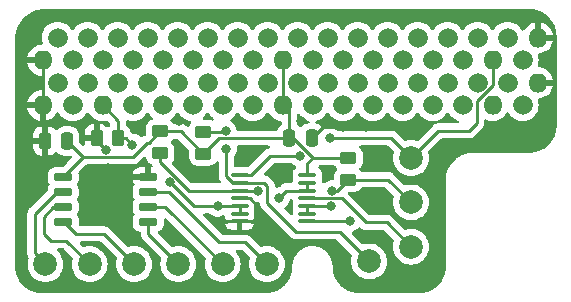
<source format=gbr>
%TF.GenerationSoftware,KiCad,Pcbnew,(6.99.0-4502-gf1556ed801-dirty)*%
%TF.CreationDate,2022-12-17T22:28:01-05:00*%
%TF.ProjectId,siox,73696f78-2e6b-4696-9361-645f70636258,rev?*%
%TF.SameCoordinates,Original*%
%TF.FileFunction,Copper,L1,Top*%
%TF.FilePolarity,Positive*%
%FSLAX46Y46*%
G04 Gerber Fmt 4.6, Leading zero omitted, Abs format (unit mm)*
G04 Created by KiCad (PCBNEW (6.99.0-4502-gf1556ed801-dirty)) date 2022-12-17 22:28:01*
%MOMM*%
%LPD*%
G01*
G04 APERTURE LIST*
G04 Aperture macros list*
%AMRoundRect*
0 Rectangle with rounded corners*
0 $1 Rounding radius*
0 $2 $3 $4 $5 $6 $7 $8 $9 X,Y pos of 4 corners*
0 Add a 4 corners polygon primitive as box body*
4,1,4,$2,$3,$4,$5,$6,$7,$8,$9,$2,$3,0*
0 Add four circle primitives for the rounded corners*
1,1,$1+$1,$2,$3*
1,1,$1+$1,$4,$5*
1,1,$1+$1,$6,$7*
1,1,$1+$1,$8,$9*
0 Add four rect primitives between the rounded corners*
20,1,$1+$1,$2,$3,$4,$5,0*
20,1,$1+$1,$4,$5,$6,$7,0*
20,1,$1+$1,$6,$7,$8,$9,0*
20,1,$1+$1,$8,$9,$2,$3,0*%
G04 Aperture macros list end*
%TA.AperFunction,SMDPad,CuDef*%
%ADD10C,2.000000*%
%TD*%
%TA.AperFunction,SMDPad,CuDef*%
%ADD11RoundRect,0.250000X0.250000X0.475000X-0.250000X0.475000X-0.250000X-0.475000X0.250000X-0.475000X0*%
%TD*%
%TA.AperFunction,SMDPad,CuDef*%
%ADD12RoundRect,0.250000X-0.450000X0.262500X-0.450000X-0.262500X0.450000X-0.262500X0.450000X0.262500X0*%
%TD*%
%TA.AperFunction,ComponentPad*%
%ADD13O,1.625000X1.625000*%
%TD*%
%TA.AperFunction,SMDPad,CuDef*%
%ADD14RoundRect,0.100000X-0.637500X-0.100000X0.637500X-0.100000X0.637500X0.100000X-0.637500X0.100000X0*%
%TD*%
%TA.AperFunction,SMDPad,CuDef*%
%ADD15RoundRect,0.150000X-0.650000X-0.150000X0.650000X-0.150000X0.650000X0.150000X-0.650000X0.150000X0*%
%TD*%
%TA.AperFunction,SMDPad,CuDef*%
%ADD16RoundRect,0.250000X0.450000X-0.262500X0.450000X0.262500X-0.450000X0.262500X-0.450000X-0.262500X0*%
%TD*%
%TA.AperFunction,SMDPad,CuDef*%
%ADD17RoundRect,0.250000X0.262500X0.450000X-0.262500X0.450000X-0.262500X-0.450000X0.262500X-0.450000X0*%
%TD*%
%TA.AperFunction,ViaPad*%
%ADD18C,0.800000*%
%TD*%
%TA.AperFunction,ViaPad*%
%ADD19C,1.660000*%
%TD*%
%TA.AperFunction,Conductor*%
%ADD20C,0.250000*%
%TD*%
G04 APERTURE END LIST*
D10*
%TO.P,J1,1,Pin_1*%
%TO.N,CE*%
X121650000Y-61950000D03*
%TD*%
D11*
%TO.P,C2,1*%
%TO.N,MP1*%
X92550000Y-60500000D03*
%TO.P,C2,2*%
%TO.N,GND1*%
X90650000Y-60500000D03*
%TD*%
D12*
%TO.P,R2,1*%
%TO.N,MP1*%
X100400000Y-59687500D03*
%TO.P,R2,2*%
%TO.N,P13*%
X100400000Y-61512500D03*
%TD*%
D10*
%TO.P,J10,1,Pin_1*%
%TO.N,MP7*%
X109450000Y-70925000D03*
%TD*%
D13*
%TO.P,J18,1,Pin_1*%
%TO.N,MP1*%
X110779999Y-57479999D03*
%TD*%
D10*
%TO.P,J7,1,Pin_1*%
%TO.N,MP4*%
X98200000Y-70925000D03*
%TD*%
D13*
%TO.P,J16,1,Pin_1*%
%TO.N,PI*%
X128559999Y-57479999D03*
%TD*%
D10*
%TO.P,J5,1,Pin_1*%
%TO.N,MP2*%
X90700000Y-70925000D03*
%TD*%
%TO.P,J6,1,Pin_1*%
%TO.N,MP3*%
X94450000Y-70925000D03*
%TD*%
D13*
%TO.P,J12,1,Pin_1*%
%TO.N,GND1*%
X90459999Y-53659999D03*
%TD*%
D14*
%TO.P,U1,1,DVCC*%
%TO.N,CE*%
X107137500Y-63400000D03*
%TO.P,U1,2,ACLK/TACLK/A0/P1.0*%
%TO.N,XE*%
X107137500Y-64050000D03*
%TO.P,U1,3,TA0.0/A1/P1.1*%
%TO.N,P13*%
X107137500Y-64700000D03*
%TO.P,U1,4,TA0.1/A2/P1.2*%
%TO.N,GND1*%
X107137500Y-65350000D03*
%TO.P,U1,5,ADC10CLK/VREF-/VeREF-/A3/P1.3*%
%TO.N,EN*%
X107137500Y-66000000D03*
%TO.P,U1,6,TCK/SMCLK/VREF+/VeREF+/A4/P1.4*%
X107137500Y-66650000D03*
%TO.P,U1,7,TMS/SCLK/TA0.0/A5/P1.5*%
%TO.N,GND1*%
X107137500Y-67300000D03*
%TO.P,U1,8,TDI/SDO/SCL/TCLK/TA0.1/P1.6*%
%TO.N,PI*%
X112862500Y-67300000D03*
%TO.P,U1,9,TDI/TDO/SDI/SDA/P1.7*%
%TO.N,CI*%
X112862500Y-66650000D03*
%TO.P,U1,10,~{RST}/NMI/SBWTDIO*%
X112862500Y-66000000D03*
%TO.P,U1,11,SBWTCK/TEST*%
%TO.N,XI*%
X112862500Y-65350000D03*
%TO.P,U1,12,P2.7/XOUT*%
%TO.N,P12*%
X112862500Y-64700000D03*
%TO.P,U1,13,P2.6/XIN/TA0.1*%
%TO.N,P13*%
X112862500Y-64050000D03*
%TO.P,U1,14,DVSS*%
%TO.N,MP1*%
X112862500Y-63400000D03*
%TD*%
D15*
%TO.P,U2,1,VDD*%
%TO.N,MP1*%
X92200000Y-63545000D03*
%TO.P,U2,2,RA5*%
%TO.N,MP2*%
X92200000Y-64815000D03*
%TO.P,U2,3,RA4*%
%TO.N,MP3*%
X92200000Y-66085000D03*
%TO.P,U2,4,RA3*%
%TO.N,MP4*%
X92200000Y-67355000D03*
%TO.P,U2,5,RA2*%
%TO.N,MP5*%
X99400000Y-67355000D03*
%TO.P,U2,6,RA1*%
%TO.N,MP6*%
X99400000Y-66085000D03*
%TO.P,U2,7,RA0*%
%TO.N,MP7*%
X99400000Y-64815000D03*
%TO.P,U2,8,VSS*%
%TO.N,GND1*%
X99400000Y-63545000D03*
%TD*%
D10*
%TO.P,J8,1,Pin_1*%
%TO.N,MP5*%
X101950000Y-70925000D03*
%TD*%
%TO.P,J3,1,Pin_1*%
%TO.N,XE*%
X118100000Y-70700000D03*
%TD*%
D13*
%TO.P,J13,1,Pin_1*%
%TO.N,GND1*%
X90459999Y-57479999D03*
%TD*%
%TO.P,J11,1,Pin_1*%
%TO.N,GND1*%
X132369999Y-51749999D03*
%TD*%
D16*
%TO.P,R4,1*%
%TO.N,CI*%
X116350000Y-63762500D03*
%TO.P,R4,2*%
%TO.N,MP1*%
X116350000Y-61937500D03*
%TD*%
D13*
%TO.P,J17,1,Pin_1*%
%TO.N,MP1*%
X110779999Y-53659999D03*
%TD*%
D17*
%TO.P,R1,1*%
%TO.N,EN*%
X96862500Y-60250000D03*
%TO.P,R1,2*%
%TO.N,GND1*%
X95037500Y-60250000D03*
%TD*%
D10*
%TO.P,J9,1,Pin_1*%
%TO.N,MP6*%
X105700000Y-70925000D03*
%TD*%
%TO.P,J4,1,Pin_1*%
%TO.N,XI*%
X121650000Y-69450000D03*
%TD*%
D13*
%TO.P,J15,1,Pin_1*%
%TO.N,CE*%
X128559999Y-53659999D03*
%TD*%
%TO.P,J14,1,Pin_1*%
%TO.N,GND1*%
X132369999Y-55569999D03*
%TD*%
%TO.P,J19,1,Pin_1*%
%TO.N,EN*%
X95539999Y-57479999D03*
%TD*%
D10*
%TO.P,J2,1,Pin_1*%
%TO.N,CI*%
X121650000Y-65700000D03*
%TD*%
D12*
%TO.P,R3,1*%
%TO.N,XE*%
X104050000Y-59737500D03*
%TO.P,R3,2*%
%TO.N,MP1*%
X104050000Y-61562500D03*
%TD*%
D11*
%TO.P,C1,1*%
%TO.N,GND1*%
X113250000Y-60250000D03*
%TO.P,C1,2*%
%TO.N,MP1*%
X111350000Y-60250000D03*
%TD*%
D18*
%TO.N,GND1*%
X105350000Y-67425000D03*
%TO.N,P13*%
X108725000Y-64775000D03*
D19*
%TO.N,*%
X98080000Y-53660000D03*
X112050000Y-51750000D03*
X99350000Y-55570000D03*
X100620000Y-57480000D03*
X94270000Y-51750000D03*
X104430000Y-55570000D03*
X95540000Y-53660000D03*
X106970000Y-51750000D03*
X112050000Y-55570000D03*
X105700000Y-57480000D03*
X118400000Y-57480000D03*
X93000000Y-57480000D03*
X96810000Y-55570000D03*
X117130000Y-55570000D03*
X108240000Y-53660000D03*
X98080000Y-57480000D03*
X114590000Y-51750000D03*
X115860000Y-53660000D03*
X91730000Y-55570000D03*
X127290000Y-51750000D03*
X101890000Y-55570000D03*
X129830000Y-51750000D03*
X106970000Y-55570000D03*
X117130000Y-51750000D03*
X91730000Y-51750000D03*
X119670000Y-55570000D03*
X131100000Y-57480000D03*
X104430000Y-51750000D03*
X123480000Y-57480000D03*
X115860000Y-57480000D03*
X118400000Y-53660000D03*
X123480000Y-53660000D03*
X119670000Y-51750000D03*
X105700000Y-53660000D03*
X127290000Y-55570000D03*
X113320000Y-53660000D03*
X122210000Y-55570000D03*
X126020000Y-53660000D03*
X122210000Y-51750000D03*
X96810000Y-51750000D03*
X126020000Y-57480000D03*
X114590000Y-55570000D03*
X129830000Y-55570000D03*
X99350000Y-51750000D03*
X103160000Y-57480000D03*
X113320000Y-57480000D03*
X120940000Y-57480000D03*
X109510000Y-55570000D03*
X101890000Y-51750000D03*
X93000000Y-53660000D03*
X94270000Y-55570000D03*
X124750000Y-55570000D03*
X100620000Y-53660000D03*
X124750000Y-51750000D03*
X109510000Y-51750000D03*
X108240000Y-57480000D03*
X103160000Y-53660000D03*
X131100000Y-53660000D03*
X120940000Y-53660000D03*
D18*
%TO.N,CI*%
X114900000Y-65974500D03*
X114950000Y-64725500D03*
%TO.N,CE*%
X114750000Y-60250000D03*
X112250000Y-61750000D03*
%TO.N,GND1*%
X89500000Y-58875000D03*
X114600000Y-58700000D03*
X119375000Y-66275000D03*
X95925000Y-65350000D03*
X108825000Y-67300000D03*
X115825000Y-69975000D03*
X109550000Y-58925000D03*
X122125000Y-59975000D03*
X104750000Y-63100000D03*
X117825000Y-59325000D03*
X112350000Y-58825000D03*
X98600000Y-59300000D03*
X90100000Y-63550000D03*
X124150000Y-61300000D03*
X119475000Y-62625000D03*
X95800000Y-61225500D03*
X114600000Y-63175000D03*
X117125000Y-65150000D03*
X129250000Y-60500000D03*
X96000000Y-62800000D03*
X101975000Y-58775000D03*
X110400000Y-63625000D03*
X130825000Y-59625000D03*
X115900000Y-59300000D03*
%TO.N,XE*%
X106000000Y-61150000D03*
X105950000Y-59625500D03*
%TO.N,PI*%
X116475500Y-67274500D03*
%TO.N,EN*%
X105275000Y-66000000D03*
X98050000Y-60800000D03*
X101200000Y-63950000D03*
%TO.N,P13*%
X110475500Y-65324500D03*
%TD*%
D20*
%TO.N,P13*%
X100400000Y-61512500D02*
X100400000Y-62266116D01*
X100400000Y-62266116D02*
X102833884Y-64700000D01*
X102833884Y-64700000D02*
X107137500Y-64700000D01*
%TO.N,GND1*%
X105475000Y-67300000D02*
X105350000Y-67425000D01*
X107137500Y-67300000D02*
X105475000Y-67300000D01*
%TO.N,EN*%
X103250000Y-66000000D02*
X101200000Y-63950000D01*
X105275000Y-66000000D02*
X107137500Y-66000000D01*
X105275000Y-66000000D02*
X103250000Y-66000000D01*
%TO.N,MP7*%
X99400000Y-64815000D02*
X101165000Y-64815000D01*
X101165000Y-64815000D02*
X105425000Y-69075000D01*
X105425000Y-69075000D02*
X107600000Y-69075000D01*
X107600000Y-69075000D02*
X109450000Y-70925000D01*
%TO.N,P13*%
X108650000Y-64700000D02*
X108725000Y-64775000D01*
X107137500Y-64700000D02*
X108650000Y-64700000D01*
%TO.N,XE*%
X107137500Y-64050000D02*
X109200000Y-64050000D01*
X115600000Y-68200000D02*
X118100000Y-70700000D01*
X109200000Y-64050000D02*
X109475000Y-64325000D01*
X109475000Y-64325000D02*
X109475000Y-65725000D01*
X109475000Y-65725000D02*
X111950000Y-68200000D01*
X111950000Y-68200000D02*
X115600000Y-68200000D01*
%TO.N,CI*%
X112862500Y-66650000D02*
X112862500Y-66000000D01*
X114950000Y-64725500D02*
X115387000Y-64725500D01*
X119712500Y-63762500D02*
X121650000Y-65700000D01*
X115387000Y-64725500D02*
X116350000Y-63762500D01*
X116350000Y-63762500D02*
X119712500Y-63762500D01*
X112888000Y-65974500D02*
X112862500Y-66000000D01*
X114900000Y-65974500D02*
X112888000Y-65974500D01*
%TO.N,CE*%
X128560000Y-55791996D02*
X127200000Y-57151996D01*
X126550000Y-59650000D02*
X127200000Y-59000000D01*
X128560000Y-53660000D02*
X128560000Y-55791996D01*
X109750000Y-61750000D02*
X112250000Y-61750000D01*
X114750000Y-60250000D02*
X119950000Y-60250000D01*
X108100000Y-63400000D02*
X109750000Y-61750000D01*
X121650000Y-61950000D02*
X123950000Y-59650000D01*
X119950000Y-60250000D02*
X121650000Y-61950000D01*
X107137500Y-63400000D02*
X108100000Y-63400000D01*
X123950000Y-59650000D02*
X126550000Y-59650000D01*
X127200000Y-57151996D02*
X127200000Y-59000000D01*
%TO.N,MP1*%
X99300000Y-60650000D02*
X99437500Y-60650000D01*
X92550000Y-60500000D02*
X93900000Y-61850000D01*
X93895000Y-61850000D02*
X94050000Y-61850000D01*
X98100000Y-61850000D02*
X99300000Y-60650000D01*
X94050000Y-61850000D02*
X98100000Y-61850000D01*
X113321384Y-61937500D02*
X111633884Y-60250000D01*
X100400000Y-59687500D02*
X102175000Y-59687500D01*
X93900000Y-61850000D02*
X94050000Y-61850000D01*
X112862500Y-63400000D02*
X112862500Y-62396384D01*
X102175000Y-59687500D02*
X104050000Y-61562500D01*
X111350000Y-60250000D02*
X111350000Y-58050000D01*
X112862500Y-62396384D02*
X113321384Y-61937500D01*
X105362500Y-60250000D02*
X111350000Y-60250000D01*
X111633884Y-60250000D02*
X111350000Y-60250000D01*
X92200000Y-63545000D02*
X93895000Y-61850000D01*
X110780000Y-53660000D02*
X110780000Y-57480000D01*
X116350000Y-61937500D02*
X113321384Y-61937500D01*
X111350000Y-58050000D02*
X110780000Y-57480000D01*
X99437500Y-60650000D02*
X100400000Y-59687500D01*
X104050000Y-61562500D02*
X105362500Y-60250000D01*
%TO.N,MP2*%
X92200000Y-64815000D02*
X91635000Y-64815000D01*
X89800000Y-70025000D02*
X90700000Y-70925000D01*
X91635000Y-64815000D02*
X89800000Y-66650000D01*
X89800000Y-66650000D02*
X89800000Y-70025000D01*
%TO.N,MP3*%
X91365000Y-66085000D02*
X90550000Y-66900000D01*
X90550000Y-66900000D02*
X90550000Y-68350000D01*
X92200000Y-66085000D02*
X91365000Y-66085000D01*
X91150000Y-68950000D02*
X92475000Y-68950000D01*
X91150000Y-68950000D02*
X91150000Y-69000000D01*
X92475000Y-68950000D02*
X94450000Y-70925000D01*
X90550000Y-68350000D02*
X91150000Y-68950000D01*
%TO.N,MP4*%
X92200000Y-67355000D02*
X92305000Y-67355000D01*
X92305000Y-67355000D02*
X93325000Y-68375000D01*
X93325000Y-68375000D02*
X95650000Y-68375000D01*
X95650000Y-68375000D02*
X98200000Y-70925000D01*
%TO.N,MP5*%
X99400000Y-67355000D02*
X99400000Y-68375000D01*
X99400000Y-68375000D02*
X101950000Y-70925000D01*
%TO.N,MP6*%
X100860000Y-66085000D02*
X105700000Y-70925000D01*
X99400000Y-66085000D02*
X100860000Y-66085000D01*
%TO.N,GND1*%
X96745000Y-63545000D02*
X99400000Y-63545000D01*
X95037500Y-60250000D02*
X95037500Y-60463000D01*
X95037500Y-60463000D02*
X95800000Y-61225500D01*
X108000000Y-65350000D02*
X108800000Y-66150000D01*
X90460000Y-53660000D02*
X90460000Y-57480000D01*
X107137500Y-67300000D02*
X108825000Y-67300000D01*
X114200000Y-59300000D02*
X113497487Y-60002513D01*
X96000000Y-62800000D02*
X96745000Y-63545000D01*
X107137500Y-65350000D02*
X108000000Y-65350000D01*
X115900000Y-59300000D02*
X114200000Y-59300000D01*
%TO.N,XE*%
X106000000Y-61150000D02*
X106000000Y-63459619D01*
X105838000Y-59737500D02*
X105950000Y-59625500D01*
X106590381Y-64050000D02*
X107137500Y-64050000D01*
X104050000Y-59737500D02*
X105838000Y-59737500D01*
X106537500Y-64050000D02*
X107137500Y-64050000D01*
X106000000Y-63459619D02*
X106590381Y-64050000D01*
%TO.N,XI*%
X119592894Y-67392894D02*
X121650000Y-69450000D01*
X118850000Y-67392894D02*
X119592894Y-67392894D01*
X117807106Y-67392894D02*
X118850000Y-67392894D01*
X112862500Y-65350000D02*
X115764212Y-65350000D01*
X115764212Y-65350000D02*
X117807106Y-67392894D01*
%TO.N,PI*%
X112862500Y-67300000D02*
X116450000Y-67300000D01*
X116450000Y-67300000D02*
X116475500Y-67274500D01*
%TO.N,P13*%
X112862500Y-64700000D02*
X111100000Y-64700000D01*
X111100000Y-64700000D02*
X110475500Y-65324500D01*
%TO.N,EN*%
X96862500Y-60250000D02*
X96862500Y-58802500D01*
X98050000Y-60800000D02*
X97500000Y-60250000D01*
X96862500Y-58802500D02*
X95540000Y-57480000D01*
X97500000Y-60250000D02*
X96862500Y-60250000D01*
X107137500Y-66000000D02*
X107137500Y-66650000D01*
%TO.N,P13*%
X112862500Y-64050000D02*
X112862500Y-64700000D01*
%TD*%
%TA.AperFunction,Conductor*%
%TO.N,GND1*%
G36*
X131677483Y-49300732D02*
G01*
X131772440Y-49306474D01*
X131772762Y-49306494D01*
X131926049Y-49316538D01*
X131951188Y-49318185D01*
X131965659Y-49319978D01*
X132003130Y-49326844D01*
X132088676Y-49342519D01*
X132090470Y-49342863D01*
X132236112Y-49371830D01*
X132249010Y-49375113D01*
X132373890Y-49414025D01*
X132376870Y-49414994D01*
X132511987Y-49460858D01*
X132523193Y-49465270D01*
X132644606Y-49519911D01*
X132648623Y-49521804D01*
X132774467Y-49583861D01*
X132783924Y-49589039D01*
X132898860Y-49658519D01*
X132903677Y-49661582D01*
X133019416Y-49738915D01*
X133027120Y-49744494D01*
X133133294Y-49827674D01*
X133138646Y-49832112D01*
X133242949Y-49923582D01*
X133248967Y-49929218D01*
X133344448Y-50024697D01*
X133350084Y-50030714D01*
X133441572Y-50135034D01*
X133445995Y-50140369D01*
X133520000Y-50234827D01*
X133529182Y-50246547D01*
X133534762Y-50254252D01*
X133612092Y-50369983D01*
X133615155Y-50374799D01*
X133684644Y-50489745D01*
X133689821Y-50499202D01*
X133751867Y-50625016D01*
X133753761Y-50629033D01*
X133808414Y-50750467D01*
X133812828Y-50761677D01*
X133858676Y-50896738D01*
X133859651Y-50899733D01*
X133864159Y-50914200D01*
X133898574Y-51024643D01*
X133901858Y-51037546D01*
X133930837Y-51183227D01*
X133931194Y-51185097D01*
X133953709Y-51307957D01*
X133955504Y-51322447D01*
X133965370Y-51473312D01*
X133966854Y-51496000D01*
X133967575Y-51507032D01*
X133967610Y-51507585D01*
X133968492Y-51522164D01*
X133972924Y-51595435D01*
X133973154Y-51603042D01*
X133973154Y-59196194D01*
X133972924Y-59203801D01*
X133972297Y-59214169D01*
X133968006Y-59285115D01*
X133967189Y-59298615D01*
X133967155Y-59299155D01*
X133956862Y-59456197D01*
X133955463Y-59477537D01*
X133953669Y-59492009D01*
X133931143Y-59614926D01*
X133930786Y-59616795D01*
X133901815Y-59762438D01*
X133898531Y-59775341D01*
X133879145Y-59837554D01*
X133866694Y-59877512D01*
X133859613Y-59900235D01*
X133858631Y-59903252D01*
X133812783Y-60038312D01*
X133808369Y-60049522D01*
X133756977Y-60163711D01*
X133753725Y-60170936D01*
X133751831Y-60174953D01*
X133689780Y-60300777D01*
X133684603Y-60310234D01*
X133615109Y-60425188D01*
X133612046Y-60430005D01*
X133534731Y-60545713D01*
X133529151Y-60553417D01*
X133445969Y-60659590D01*
X133441515Y-60664961D01*
X133350054Y-60769251D01*
X133344418Y-60775269D01*
X133248936Y-60870749D01*
X133242918Y-60876385D01*
X133138610Y-60967859D01*
X133133283Y-60972277D01*
X133027091Y-61055471D01*
X133019387Y-61061050D01*
X132903660Y-61138375D01*
X132898841Y-61141439D01*
X132783893Y-61210924D01*
X132774438Y-61216101D01*
X132648624Y-61278144D01*
X132644608Y-61280037D01*
X132523170Y-61334690D01*
X132511962Y-61339103D01*
X132376865Y-61384960D01*
X132373893Y-61385926D01*
X132248993Y-61424844D01*
X132236105Y-61428125D01*
X132090417Y-61457101D01*
X132088571Y-61457453D01*
X132010779Y-61471708D01*
X131965640Y-61479980D01*
X131951191Y-61481772D01*
X131778695Y-61493101D01*
X131778148Y-61493135D01*
X131676697Y-61499270D01*
X131669092Y-61499500D01*
X126760845Y-61499500D01*
X126587283Y-61520574D01*
X126488344Y-61532587D01*
X126488342Y-61532587D01*
X126484565Y-61533046D01*
X126214343Y-61599650D01*
X125954120Y-61698340D01*
X125707689Y-61827677D01*
X125704560Y-61829837D01*
X125704553Y-61829841D01*
X125481787Y-61983605D01*
X125478645Y-61985774D01*
X125475790Y-61988303D01*
X125475784Y-61988308D01*
X125373640Y-62078800D01*
X125270327Y-62170327D01*
X125267803Y-62173176D01*
X125088308Y-62375784D01*
X125088303Y-62375790D01*
X125085774Y-62378645D01*
X125083607Y-62381784D01*
X125083605Y-62381787D01*
X124929841Y-62604553D01*
X124929837Y-62604560D01*
X124927677Y-62607689D01*
X124798340Y-62854120D01*
X124699650Y-63114343D01*
X124633046Y-63384565D01*
X124632587Y-63388342D01*
X124632587Y-63388344D01*
X124629587Y-63413056D01*
X124599500Y-63660845D01*
X124599500Y-71096194D01*
X124599270Y-71103801D01*
X124593877Y-71192968D01*
X124593535Y-71198615D01*
X124593495Y-71199249D01*
X124581809Y-71377541D01*
X124580015Y-71392012D01*
X124557495Y-71514900D01*
X124557140Y-71516759D01*
X124539113Y-71607389D01*
X124528161Y-71662447D01*
X124524879Y-71675345D01*
X124485942Y-71800296D01*
X124485006Y-71803173D01*
X124453693Y-71895418D01*
X124439130Y-71938318D01*
X124434721Y-71949519D01*
X124380061Y-72070967D01*
X124378183Y-72074950D01*
X124316123Y-72200795D01*
X124310945Y-72210252D01*
X124241462Y-72325190D01*
X124238402Y-72330002D01*
X124161067Y-72445743D01*
X124155497Y-72453433D01*
X124072316Y-72559606D01*
X124067890Y-72564946D01*
X123976387Y-72669284D01*
X123970764Y-72675287D01*
X123875287Y-72770764D01*
X123869284Y-72776387D01*
X123764948Y-72867888D01*
X123759606Y-72872316D01*
X123653433Y-72955497D01*
X123645743Y-72961067D01*
X123530006Y-73038400D01*
X123525190Y-73041462D01*
X123410252Y-73110945D01*
X123400795Y-73116123D01*
X123274950Y-73178183D01*
X123270982Y-73180054D01*
X123149519Y-73234721D01*
X123138318Y-73239130D01*
X123095418Y-73253693D01*
X123003173Y-73285006D01*
X123000296Y-73285942D01*
X122875345Y-73324879D01*
X122862452Y-73328160D01*
X122716824Y-73357127D01*
X122716769Y-73357138D01*
X122714910Y-73357493D01*
X122592009Y-73380015D01*
X122577544Y-73381809D01*
X122399172Y-73393500D01*
X122398671Y-73393532D01*
X122340110Y-73397074D01*
X122303801Y-73399270D01*
X122296194Y-73399500D01*
X117303806Y-73399500D01*
X117296199Y-73399270D01*
X117259890Y-73397074D01*
X117201329Y-73393532D01*
X117200828Y-73393500D01*
X117022456Y-73381809D01*
X117007991Y-73380015D01*
X116885090Y-73357493D01*
X116883231Y-73357138D01*
X116883176Y-73357127D01*
X116737548Y-73328160D01*
X116724655Y-73324879D01*
X116599704Y-73285942D01*
X116596827Y-73285006D01*
X116504582Y-73253693D01*
X116461682Y-73239130D01*
X116450481Y-73234721D01*
X116329018Y-73180054D01*
X116325050Y-73178183D01*
X116199205Y-73116123D01*
X116189748Y-73110945D01*
X116074810Y-73041462D01*
X116069994Y-73038400D01*
X115954257Y-72961067D01*
X115946567Y-72955497D01*
X115840394Y-72872316D01*
X115835052Y-72867888D01*
X115730716Y-72776387D01*
X115724713Y-72770764D01*
X115629236Y-72675287D01*
X115623613Y-72669284D01*
X115532110Y-72564946D01*
X115527684Y-72559606D01*
X115444503Y-72453433D01*
X115438933Y-72445743D01*
X115361598Y-72330002D01*
X115358538Y-72325190D01*
X115289055Y-72210252D01*
X115283877Y-72200795D01*
X115221817Y-72074950D01*
X115219939Y-72070967D01*
X115165279Y-71949519D01*
X115160870Y-71938318D01*
X115146307Y-71895418D01*
X115114994Y-71803173D01*
X115114058Y-71800296D01*
X115075121Y-71675345D01*
X115071839Y-71662447D01*
X115060888Y-71607389D01*
X115042860Y-71516759D01*
X115042505Y-71514900D01*
X115019985Y-71392012D01*
X115018191Y-71377541D01*
X115006505Y-71199249D01*
X115006465Y-71198615D01*
X115006124Y-71192968D01*
X115000730Y-71103801D01*
X115000500Y-71096194D01*
X115000500Y-70972565D01*
X114999084Y-70963165D01*
X114974224Y-70798240D01*
X114962513Y-70720542D01*
X114957698Y-70704930D01*
X114888779Y-70481503D01*
X114887389Y-70476996D01*
X114880271Y-70462214D01*
X114824565Y-70346540D01*
X114776805Y-70247366D01*
X114767568Y-70233817D01*
X114691019Y-70121541D01*
X114633232Y-70036783D01*
X114459877Y-69849950D01*
X114410514Y-69810584D01*
X114264293Y-69693976D01*
X114264289Y-69693973D01*
X114260612Y-69691041D01*
X114039888Y-69563607D01*
X113838940Y-69484740D01*
X113807030Y-69472216D01*
X113807028Y-69472215D01*
X113802637Y-69470492D01*
X113798037Y-69469442D01*
X113558758Y-69414828D01*
X113558756Y-69414828D01*
X113554157Y-69413778D01*
X113549457Y-69413426D01*
X113549452Y-69413425D01*
X113304697Y-69395084D01*
X113300000Y-69394732D01*
X113295303Y-69395084D01*
X113050548Y-69413425D01*
X113050543Y-69413426D01*
X113045843Y-69413778D01*
X113041244Y-69414828D01*
X113041242Y-69414828D01*
X112801963Y-69469442D01*
X112797363Y-69470492D01*
X112792972Y-69472215D01*
X112792970Y-69472216D01*
X112761060Y-69484740D01*
X112560112Y-69563607D01*
X112339388Y-69691041D01*
X112335711Y-69693973D01*
X112335707Y-69693976D01*
X112189486Y-69810584D01*
X112140123Y-69849950D01*
X111966768Y-70036783D01*
X111908981Y-70121541D01*
X111832433Y-70233817D01*
X111823195Y-70247366D01*
X111775435Y-70346540D01*
X111719730Y-70462214D01*
X111712611Y-70476996D01*
X111711221Y-70481503D01*
X111642303Y-70704930D01*
X111637487Y-70720542D01*
X111625776Y-70798240D01*
X111600917Y-70963165D01*
X111599500Y-70972565D01*
X111599500Y-71096194D01*
X111599270Y-71103801D01*
X111593877Y-71192968D01*
X111593535Y-71198615D01*
X111593495Y-71199249D01*
X111581809Y-71377541D01*
X111580015Y-71392012D01*
X111557495Y-71514900D01*
X111557140Y-71516759D01*
X111539113Y-71607389D01*
X111528161Y-71662447D01*
X111524879Y-71675345D01*
X111485942Y-71800296D01*
X111485006Y-71803173D01*
X111453693Y-71895418D01*
X111439130Y-71938318D01*
X111434721Y-71949519D01*
X111380061Y-72070967D01*
X111378183Y-72074950D01*
X111316123Y-72200795D01*
X111310945Y-72210252D01*
X111241462Y-72325190D01*
X111238402Y-72330002D01*
X111161067Y-72445743D01*
X111155497Y-72453433D01*
X111072316Y-72559606D01*
X111067890Y-72564946D01*
X110976387Y-72669284D01*
X110970764Y-72675287D01*
X110875287Y-72770764D01*
X110869284Y-72776387D01*
X110764948Y-72867888D01*
X110759606Y-72872316D01*
X110653433Y-72955497D01*
X110645743Y-72961067D01*
X110530006Y-73038400D01*
X110525190Y-73041462D01*
X110410252Y-73110945D01*
X110400795Y-73116123D01*
X110274950Y-73178183D01*
X110270982Y-73180054D01*
X110149519Y-73234721D01*
X110138318Y-73239130D01*
X110095418Y-73253693D01*
X110003173Y-73285006D01*
X110000296Y-73285942D01*
X109875345Y-73324879D01*
X109862452Y-73328160D01*
X109716824Y-73357127D01*
X109716769Y-73357138D01*
X109714910Y-73357493D01*
X109592009Y-73380015D01*
X109577544Y-73381809D01*
X109399172Y-73393500D01*
X109398671Y-73393532D01*
X109340110Y-73397074D01*
X109303801Y-73399270D01*
X109296194Y-73399500D01*
X90430147Y-73399500D01*
X90422542Y-73399270D01*
X90327702Y-73393535D01*
X90327069Y-73393495D01*
X90148812Y-73381815D01*
X90134340Y-73380022D01*
X90063061Y-73366961D01*
X90011324Y-73357481D01*
X90009530Y-73357137D01*
X89863888Y-73328170D01*
X89850990Y-73324887D01*
X89726110Y-73285975D01*
X89723130Y-73285006D01*
X89588013Y-73239142D01*
X89576807Y-73234730D01*
X89455394Y-73180089D01*
X89451377Y-73178196D01*
X89325533Y-73116139D01*
X89316076Y-73110961D01*
X89201140Y-73041481D01*
X89196323Y-73038418D01*
X89080584Y-72961085D01*
X89072880Y-72955506D01*
X89044623Y-72933369D01*
X88966693Y-72872316D01*
X88961354Y-72867888D01*
X88857051Y-72776418D01*
X88851033Y-72770782D01*
X88755552Y-72675303D01*
X88749916Y-72669286D01*
X88734235Y-72651405D01*
X88658428Y-72564966D01*
X88654005Y-72559631D01*
X88570817Y-72453451D01*
X88565238Y-72445748D01*
X88487908Y-72330017D01*
X88484845Y-72325201D01*
X88415356Y-72210255D01*
X88410179Y-72200798D01*
X88348133Y-72074984D01*
X88346239Y-72070967D01*
X88291586Y-71949533D01*
X88287172Y-71938323D01*
X88256551Y-71848120D01*
X88241317Y-71803241D01*
X88240342Y-71800245D01*
X88201426Y-71675357D01*
X88198142Y-71662454D01*
X88169163Y-71516773D01*
X88168806Y-71514903D01*
X88146291Y-71392043D01*
X88144496Y-71377553D01*
X88132425Y-71192968D01*
X88132386Y-71192353D01*
X88130889Y-71167594D01*
X88127076Y-71104565D01*
X88126846Y-71096958D01*
X88126846Y-66629943D01*
X89161780Y-66629943D01*
X89162526Y-66637835D01*
X89165941Y-66673961D01*
X89166500Y-66685819D01*
X89166500Y-69946233D01*
X89165973Y-69957416D01*
X89164298Y-69964909D01*
X89164547Y-69972835D01*
X89164547Y-69972836D01*
X89166438Y-70032986D01*
X89166500Y-70036945D01*
X89166500Y-70064856D01*
X89166997Y-70068790D01*
X89166997Y-70068791D01*
X89167005Y-70068856D01*
X89167938Y-70080693D01*
X89169327Y-70124889D01*
X89174978Y-70144339D01*
X89178987Y-70163700D01*
X89181526Y-70183797D01*
X89184445Y-70191168D01*
X89184445Y-70191170D01*
X89197804Y-70224912D01*
X89201649Y-70236142D01*
X89203778Y-70243470D01*
X89213982Y-70278593D01*
X89218015Y-70285412D01*
X89218017Y-70285417D01*
X89224293Y-70296028D01*
X89232988Y-70313776D01*
X89240448Y-70332617D01*
X89245111Y-70339035D01*
X89245113Y-70339039D01*
X89245145Y-70339083D01*
X89245159Y-70339124D01*
X89248928Y-70345979D01*
X89247822Y-70346587D01*
X89268998Y-70405952D01*
X89263036Y-70452072D01*
X89262789Y-70452833D01*
X89260895Y-70457406D01*
X89205465Y-70688289D01*
X89186835Y-70925000D01*
X89205465Y-71161711D01*
X89206619Y-71166518D01*
X89206620Y-71166524D01*
X89224058Y-71239156D01*
X89260895Y-71392594D01*
X89262788Y-71397165D01*
X89262789Y-71397167D01*
X89343978Y-71593175D01*
X89351760Y-71611963D01*
X89354346Y-71616183D01*
X89473241Y-71810202D01*
X89473245Y-71810208D01*
X89475824Y-71814416D01*
X89630031Y-71994969D01*
X89810584Y-72149176D01*
X89814792Y-72151755D01*
X89814798Y-72151759D01*
X90008817Y-72270654D01*
X90013037Y-72273240D01*
X90017607Y-72275133D01*
X90017611Y-72275135D01*
X90227833Y-72362211D01*
X90232406Y-72364105D01*
X90312609Y-72383360D01*
X90458476Y-72418380D01*
X90458482Y-72418381D01*
X90463289Y-72419535D01*
X90700000Y-72438165D01*
X90936711Y-72419535D01*
X90941518Y-72418381D01*
X90941524Y-72418380D01*
X91087391Y-72383360D01*
X91167594Y-72364105D01*
X91172167Y-72362211D01*
X91382389Y-72275135D01*
X91382393Y-72275133D01*
X91386963Y-72273240D01*
X91391183Y-72270654D01*
X91585202Y-72151759D01*
X91585208Y-72151755D01*
X91589416Y-72149176D01*
X91769969Y-71994969D01*
X91924176Y-71814416D01*
X91926755Y-71810208D01*
X91926759Y-71810202D01*
X92045654Y-71616183D01*
X92048240Y-71611963D01*
X92056023Y-71593175D01*
X92137211Y-71397167D01*
X92137212Y-71397165D01*
X92139105Y-71392594D01*
X92175942Y-71239156D01*
X92193380Y-71166524D01*
X92193381Y-71166518D01*
X92194535Y-71161711D01*
X92213165Y-70925000D01*
X92194535Y-70688289D01*
X92139105Y-70457406D01*
X92136896Y-70452072D01*
X92050135Y-70242611D01*
X92050133Y-70242607D01*
X92048240Y-70238037D01*
X91996657Y-70153861D01*
X91926759Y-70039798D01*
X91926755Y-70039792D01*
X91924176Y-70035584D01*
X91769969Y-69855031D01*
X91766213Y-69851823D01*
X91766208Y-69851818D01*
X91711755Y-69805311D01*
X91672946Y-69745861D01*
X91672438Y-69674866D01*
X91710394Y-69614867D01*
X91774763Y-69584914D01*
X91793585Y-69583500D01*
X92160406Y-69583500D01*
X92228527Y-69603502D01*
X92249501Y-69620405D01*
X92975636Y-70346540D01*
X93009662Y-70408852D01*
X93009060Y-70465049D01*
X92955465Y-70688289D01*
X92936835Y-70925000D01*
X92955465Y-71161711D01*
X92956619Y-71166518D01*
X92956620Y-71166524D01*
X92974058Y-71239156D01*
X93010895Y-71392594D01*
X93012788Y-71397165D01*
X93012789Y-71397167D01*
X93093978Y-71593175D01*
X93101760Y-71611963D01*
X93104346Y-71616183D01*
X93223241Y-71810202D01*
X93223245Y-71810208D01*
X93225824Y-71814416D01*
X93380031Y-71994969D01*
X93560584Y-72149176D01*
X93564792Y-72151755D01*
X93564798Y-72151759D01*
X93758817Y-72270654D01*
X93763037Y-72273240D01*
X93767607Y-72275133D01*
X93767611Y-72275135D01*
X93977833Y-72362211D01*
X93982406Y-72364105D01*
X94062609Y-72383360D01*
X94208476Y-72418380D01*
X94208482Y-72418381D01*
X94213289Y-72419535D01*
X94450000Y-72438165D01*
X94686711Y-72419535D01*
X94691518Y-72418381D01*
X94691524Y-72418380D01*
X94837391Y-72383360D01*
X94917594Y-72364105D01*
X94922167Y-72362211D01*
X95132389Y-72275135D01*
X95132393Y-72275133D01*
X95136963Y-72273240D01*
X95141183Y-72270654D01*
X95335202Y-72151759D01*
X95335208Y-72151755D01*
X95339416Y-72149176D01*
X95519969Y-71994969D01*
X95674176Y-71814416D01*
X95676755Y-71810208D01*
X95676759Y-71810202D01*
X95795654Y-71616183D01*
X95798240Y-71611963D01*
X95806023Y-71593175D01*
X95887211Y-71397167D01*
X95887212Y-71397165D01*
X95889105Y-71392594D01*
X95925942Y-71239156D01*
X95943380Y-71166524D01*
X95943381Y-71166518D01*
X95944535Y-71161711D01*
X95963165Y-70925000D01*
X95944535Y-70688289D01*
X95889105Y-70457406D01*
X95886896Y-70452072D01*
X95800135Y-70242611D01*
X95800133Y-70242607D01*
X95798240Y-70238037D01*
X95746657Y-70153861D01*
X95676759Y-70039798D01*
X95676755Y-70039792D01*
X95674176Y-70035584D01*
X95519969Y-69855031D01*
X95510584Y-69847015D01*
X95433689Y-69781341D01*
X95339416Y-69700824D01*
X95335208Y-69698245D01*
X95335202Y-69698241D01*
X95141183Y-69579346D01*
X95136963Y-69576760D01*
X95132393Y-69574867D01*
X95132389Y-69574865D01*
X94922167Y-69487789D01*
X94922165Y-69487788D01*
X94917594Y-69485895D01*
X94837391Y-69466640D01*
X94691524Y-69431620D01*
X94691518Y-69431619D01*
X94686711Y-69430465D01*
X94450000Y-69411835D01*
X94213289Y-69430465D01*
X94208482Y-69431619D01*
X94208476Y-69431620D01*
X94050938Y-69469442D01*
X93990049Y-69484060D01*
X93919142Y-69480513D01*
X93871540Y-69450636D01*
X93644500Y-69223595D01*
X93610475Y-69161283D01*
X93615540Y-69090467D01*
X93658087Y-69033632D01*
X93724608Y-69008821D01*
X93733596Y-69008500D01*
X95335406Y-69008500D01*
X95403527Y-69028502D01*
X95424501Y-69045405D01*
X96725636Y-70346540D01*
X96759662Y-70408852D01*
X96759060Y-70465049D01*
X96705465Y-70688289D01*
X96686835Y-70925000D01*
X96705465Y-71161711D01*
X96706619Y-71166518D01*
X96706620Y-71166524D01*
X96724058Y-71239156D01*
X96760895Y-71392594D01*
X96762788Y-71397165D01*
X96762789Y-71397167D01*
X96843978Y-71593175D01*
X96851760Y-71611963D01*
X96854346Y-71616183D01*
X96973241Y-71810202D01*
X96973245Y-71810208D01*
X96975824Y-71814416D01*
X97130031Y-71994969D01*
X97310584Y-72149176D01*
X97314792Y-72151755D01*
X97314798Y-72151759D01*
X97508817Y-72270654D01*
X97513037Y-72273240D01*
X97517607Y-72275133D01*
X97517611Y-72275135D01*
X97727833Y-72362211D01*
X97732406Y-72364105D01*
X97812609Y-72383360D01*
X97958476Y-72418380D01*
X97958482Y-72418381D01*
X97963289Y-72419535D01*
X98200000Y-72438165D01*
X98436711Y-72419535D01*
X98441518Y-72418381D01*
X98441524Y-72418380D01*
X98587391Y-72383360D01*
X98667594Y-72364105D01*
X98672167Y-72362211D01*
X98882389Y-72275135D01*
X98882393Y-72275133D01*
X98886963Y-72273240D01*
X98891183Y-72270654D01*
X99085202Y-72151759D01*
X99085208Y-72151755D01*
X99089416Y-72149176D01*
X99269969Y-71994969D01*
X99424176Y-71814416D01*
X99426755Y-71810208D01*
X99426759Y-71810202D01*
X99545654Y-71616183D01*
X99548240Y-71611963D01*
X99556023Y-71593175D01*
X99637211Y-71397167D01*
X99637212Y-71397165D01*
X99639105Y-71392594D01*
X99675942Y-71239156D01*
X99693380Y-71166524D01*
X99693381Y-71166518D01*
X99694535Y-71161711D01*
X99713165Y-70925000D01*
X99694535Y-70688289D01*
X99639105Y-70457406D01*
X99636896Y-70452072D01*
X99550135Y-70242611D01*
X99550133Y-70242607D01*
X99548240Y-70238037D01*
X99496657Y-70153861D01*
X99426759Y-70039798D01*
X99426755Y-70039792D01*
X99424176Y-70035584D01*
X99269969Y-69855031D01*
X99260584Y-69847015D01*
X99183689Y-69781341D01*
X99089416Y-69700824D01*
X99085208Y-69698245D01*
X99085202Y-69698241D01*
X98891183Y-69579346D01*
X98886963Y-69576760D01*
X98882393Y-69574867D01*
X98882389Y-69574865D01*
X98672167Y-69487789D01*
X98672165Y-69487788D01*
X98667594Y-69485895D01*
X98587391Y-69466640D01*
X98441524Y-69431620D01*
X98441518Y-69431619D01*
X98436711Y-69430465D01*
X98200000Y-69411835D01*
X97963289Y-69430465D01*
X97958482Y-69431619D01*
X97958476Y-69431620D01*
X97740049Y-69484060D01*
X97669141Y-69480513D01*
X97621540Y-69450636D01*
X96908107Y-68737202D01*
X96153652Y-67982747D01*
X96146112Y-67974461D01*
X96142000Y-67967982D01*
X96128258Y-67955077D01*
X96092349Y-67921357D01*
X96089507Y-67918602D01*
X96069770Y-67898865D01*
X96066573Y-67896385D01*
X96057551Y-67888680D01*
X96047469Y-67879212D01*
X96025321Y-67858414D01*
X96018375Y-67854595D01*
X96018372Y-67854593D01*
X96007566Y-67848652D01*
X95991047Y-67837801D01*
X95990583Y-67837441D01*
X95975041Y-67825386D01*
X95967772Y-67822241D01*
X95967768Y-67822238D01*
X95934463Y-67807826D01*
X95923813Y-67802609D01*
X95885060Y-67781305D01*
X95865437Y-67776267D01*
X95846734Y-67769863D01*
X95835420Y-67764967D01*
X95835419Y-67764967D01*
X95828145Y-67761819D01*
X95820322Y-67760580D01*
X95820312Y-67760577D01*
X95784476Y-67754901D01*
X95772856Y-67752495D01*
X95737711Y-67743472D01*
X95737710Y-67743472D01*
X95730030Y-67741500D01*
X95709776Y-67741500D01*
X95690065Y-67739949D01*
X95677886Y-67738020D01*
X95670057Y-67736780D01*
X95662165Y-67737526D01*
X95626039Y-67740941D01*
X95614181Y-67741500D01*
X93639594Y-67741500D01*
X93571473Y-67721498D01*
X93550499Y-67704595D01*
X93542928Y-67697024D01*
X93508902Y-67634712D01*
X93506411Y-67598042D01*
X93508307Y-67573956D01*
X93508307Y-67573952D01*
X93508500Y-67571502D01*
X93508500Y-67138498D01*
X93508307Y-67136042D01*
X93506067Y-67107579D01*
X93506066Y-67107574D01*
X93505562Y-67101169D01*
X93459145Y-66941399D01*
X93374453Y-66798193D01*
X93371771Y-66795511D01*
X93346498Y-66731139D01*
X93360400Y-66661516D01*
X93370572Y-66645688D01*
X93374453Y-66641807D01*
X93459145Y-66498601D01*
X93466916Y-66471855D01*
X93481220Y-66422616D01*
X93505562Y-66338831D01*
X93506082Y-66332232D01*
X93508307Y-66303958D01*
X93508307Y-66303950D01*
X93508500Y-66301502D01*
X93508500Y-65868498D01*
X93508165Y-65864237D01*
X93506067Y-65837579D01*
X93506066Y-65837574D01*
X93505562Y-65831169D01*
X93466690Y-65697370D01*
X93461357Y-65679012D01*
X93461356Y-65679010D01*
X93459145Y-65671399D01*
X93374453Y-65528193D01*
X93371771Y-65525511D01*
X93346498Y-65461139D01*
X93360400Y-65391516D01*
X93370572Y-65375688D01*
X93374453Y-65371807D01*
X93459145Y-65228601D01*
X93505562Y-65068831D01*
X93508500Y-65031502D01*
X93508500Y-64598498D01*
X93505562Y-64561169D01*
X93474965Y-64455853D01*
X93461357Y-64409012D01*
X93461356Y-64409010D01*
X93459145Y-64401399D01*
X93374453Y-64258193D01*
X93371771Y-64255511D01*
X93346498Y-64191139D01*
X93360400Y-64121516D01*
X93370572Y-64105688D01*
X93374453Y-64101807D01*
X93459145Y-63958601D01*
X93461415Y-63950790D01*
X93484213Y-63872316D01*
X93505562Y-63798831D01*
X93508500Y-63761502D01*
X93508500Y-63328498D01*
X93508307Y-63326042D01*
X93506067Y-63297579D01*
X93506066Y-63297574D01*
X93505562Y-63291169D01*
X93500459Y-63273605D01*
X98100061Y-63273605D01*
X98100101Y-63287706D01*
X98107370Y-63291000D01*
X99127885Y-63291000D01*
X99143124Y-63286525D01*
X99144329Y-63285135D01*
X99146000Y-63277452D01*
X99146000Y-62755116D01*
X99141525Y-62739877D01*
X99140135Y-62738672D01*
X99132452Y-62737001D01*
X98686017Y-62737001D01*
X98681080Y-62737195D01*
X98652664Y-62739430D01*
X98640069Y-62741730D01*
X98494210Y-62784107D01*
X98479779Y-62790352D01*
X98350322Y-62866911D01*
X98337896Y-62876551D01*
X98231551Y-62982896D01*
X98221911Y-62995322D01*
X98145353Y-63124777D01*
X98139107Y-63139210D01*
X98100061Y-63273605D01*
X93500459Y-63273605D01*
X93491271Y-63241979D01*
X93491474Y-63170984D01*
X93523173Y-63117731D01*
X93817688Y-62823217D01*
X94120501Y-62520404D01*
X94182813Y-62486379D01*
X94209596Y-62483500D01*
X98021233Y-62483500D01*
X98032416Y-62484027D01*
X98039909Y-62485702D01*
X98047835Y-62485453D01*
X98047836Y-62485453D01*
X98107986Y-62483562D01*
X98111945Y-62483500D01*
X98139856Y-62483500D01*
X98143791Y-62483003D01*
X98143856Y-62482995D01*
X98155693Y-62482062D01*
X98187951Y-62481048D01*
X98191970Y-62480922D01*
X98199889Y-62480673D01*
X98219343Y-62475021D01*
X98238700Y-62471013D01*
X98250930Y-62469468D01*
X98250931Y-62469468D01*
X98258797Y-62468474D01*
X98266168Y-62465555D01*
X98266170Y-62465555D01*
X98299912Y-62452196D01*
X98311142Y-62448351D01*
X98345983Y-62438229D01*
X98345984Y-62438229D01*
X98353593Y-62436018D01*
X98360412Y-62431985D01*
X98360417Y-62431983D01*
X98371028Y-62425707D01*
X98388776Y-62417012D01*
X98407617Y-62409552D01*
X98443387Y-62383564D01*
X98453307Y-62377048D01*
X98484535Y-62358580D01*
X98484538Y-62358578D01*
X98491362Y-62354542D01*
X98505683Y-62340221D01*
X98520717Y-62327380D01*
X98530694Y-62320131D01*
X98537107Y-62315472D01*
X98565298Y-62281395D01*
X98573288Y-62272616D01*
X98988569Y-61857335D01*
X99050881Y-61823309D01*
X99121696Y-61828374D01*
X99178532Y-61870921D01*
X99200873Y-61920055D01*
X99201414Y-61922581D01*
X99202113Y-61929426D01*
X99204277Y-61935956D01*
X99204277Y-61935957D01*
X99218681Y-61979426D01*
X99257885Y-62097738D01*
X99350970Y-62248652D01*
X99476348Y-62374030D01*
X99627262Y-62467115D01*
X99700536Y-62491395D01*
X99758908Y-62531809D01*
X99786164Y-62597365D01*
X99773651Y-62667250D01*
X99725342Y-62719276D01*
X99688748Y-62729341D01*
X99689498Y-62731896D01*
X99656876Y-62741475D01*
X99655671Y-62742865D01*
X99654000Y-62750548D01*
X99654000Y-63673000D01*
X99633998Y-63741121D01*
X99580342Y-63787614D01*
X99528000Y-63799000D01*
X98113122Y-63799000D01*
X98099591Y-63802973D01*
X98098456Y-63810871D01*
X98139107Y-63950790D01*
X98145352Y-63965221D01*
X98221911Y-64094677D01*
X98227871Y-64102360D01*
X98253820Y-64168444D01*
X98239922Y-64238067D01*
X98229579Y-64254161D01*
X98225547Y-64258193D01*
X98140855Y-64401399D01*
X98138644Y-64409010D01*
X98138643Y-64409012D01*
X98125035Y-64455853D01*
X98094438Y-64561169D01*
X98091500Y-64598498D01*
X98091500Y-65031502D01*
X98094438Y-65068831D01*
X98140855Y-65228601D01*
X98225547Y-65371807D01*
X98228229Y-65374489D01*
X98253502Y-65438861D01*
X98239600Y-65508484D01*
X98229428Y-65524312D01*
X98225547Y-65528193D01*
X98140855Y-65671399D01*
X98138644Y-65679010D01*
X98138643Y-65679012D01*
X98133310Y-65697370D01*
X98094438Y-65831169D01*
X98093934Y-65837574D01*
X98093933Y-65837579D01*
X98091835Y-65864237D01*
X98091500Y-65868498D01*
X98091500Y-66301502D01*
X98091693Y-66303950D01*
X98091693Y-66303958D01*
X98093919Y-66332232D01*
X98094438Y-66338831D01*
X98118780Y-66422616D01*
X98133085Y-66471855D01*
X98140855Y-66498601D01*
X98225547Y-66641807D01*
X98228229Y-66644489D01*
X98253502Y-66708861D01*
X98239600Y-66778484D01*
X98229428Y-66794312D01*
X98225547Y-66798193D01*
X98140855Y-66941399D01*
X98094438Y-67101169D01*
X98093934Y-67107574D01*
X98093933Y-67107579D01*
X98091693Y-67136042D01*
X98091500Y-67138498D01*
X98091500Y-67571502D01*
X98091693Y-67573950D01*
X98091693Y-67573958D01*
X98093589Y-67598042D01*
X98094438Y-67608831D01*
X98120060Y-67697024D01*
X98132982Y-67741500D01*
X98140855Y-67768601D01*
X98148368Y-67781305D01*
X98221509Y-67904980D01*
X98221511Y-67904983D01*
X98225547Y-67911807D01*
X98343193Y-68029453D01*
X98350017Y-68033489D01*
X98350020Y-68033491D01*
X98457589Y-68097107D01*
X98486399Y-68114145D01*
X98494010Y-68116356D01*
X98494012Y-68116357D01*
X98546231Y-68131528D01*
X98646169Y-68160562D01*
X98652581Y-68161067D01*
X98658922Y-68162225D01*
X98658594Y-68164022D01*
X98716730Y-68186182D01*
X98758868Y-68243321D01*
X98766500Y-68286506D01*
X98766500Y-68296233D01*
X98765973Y-68307416D01*
X98764298Y-68314909D01*
X98764547Y-68322835D01*
X98764547Y-68322836D01*
X98766438Y-68382986D01*
X98766500Y-68386945D01*
X98766500Y-68414856D01*
X98766997Y-68418790D01*
X98766997Y-68418791D01*
X98767005Y-68418856D01*
X98767938Y-68430693D01*
X98769327Y-68474889D01*
X98772300Y-68485121D01*
X98774978Y-68494339D01*
X98778987Y-68513700D01*
X98781526Y-68533797D01*
X98784445Y-68541168D01*
X98784445Y-68541170D01*
X98797804Y-68574912D01*
X98801649Y-68586142D01*
X98813982Y-68628593D01*
X98818015Y-68635412D01*
X98818017Y-68635417D01*
X98824293Y-68646028D01*
X98832988Y-68663776D01*
X98840448Y-68682617D01*
X98845110Y-68689033D01*
X98845110Y-68689034D01*
X98866436Y-68718387D01*
X98872952Y-68728307D01*
X98890996Y-68758817D01*
X98895458Y-68766362D01*
X98909779Y-68780683D01*
X98922619Y-68795716D01*
X98934528Y-68812107D01*
X98964594Y-68836980D01*
X98968605Y-68840298D01*
X98977384Y-68848288D01*
X100475636Y-70346540D01*
X100509662Y-70408852D01*
X100509060Y-70465049D01*
X100455465Y-70688289D01*
X100436835Y-70925000D01*
X100455465Y-71161711D01*
X100456619Y-71166518D01*
X100456620Y-71166524D01*
X100474058Y-71239156D01*
X100510895Y-71392594D01*
X100512788Y-71397165D01*
X100512789Y-71397167D01*
X100593978Y-71593175D01*
X100601760Y-71611963D01*
X100604346Y-71616183D01*
X100723241Y-71810202D01*
X100723245Y-71810208D01*
X100725824Y-71814416D01*
X100880031Y-71994969D01*
X101060584Y-72149176D01*
X101064792Y-72151755D01*
X101064798Y-72151759D01*
X101258817Y-72270654D01*
X101263037Y-72273240D01*
X101267607Y-72275133D01*
X101267611Y-72275135D01*
X101477833Y-72362211D01*
X101482406Y-72364105D01*
X101562609Y-72383360D01*
X101708476Y-72418380D01*
X101708482Y-72418381D01*
X101713289Y-72419535D01*
X101950000Y-72438165D01*
X102186711Y-72419535D01*
X102191518Y-72418381D01*
X102191524Y-72418380D01*
X102337391Y-72383360D01*
X102417594Y-72364105D01*
X102422167Y-72362211D01*
X102632389Y-72275135D01*
X102632393Y-72275133D01*
X102636963Y-72273240D01*
X102641183Y-72270654D01*
X102835202Y-72151759D01*
X102835208Y-72151755D01*
X102839416Y-72149176D01*
X103019969Y-71994969D01*
X103174176Y-71814416D01*
X103176755Y-71810208D01*
X103176759Y-71810202D01*
X103295654Y-71616183D01*
X103298240Y-71611963D01*
X103306023Y-71593175D01*
X103387211Y-71397167D01*
X103387212Y-71397165D01*
X103389105Y-71392594D01*
X103425942Y-71239156D01*
X103443380Y-71166524D01*
X103443381Y-71166518D01*
X103444535Y-71161711D01*
X103463165Y-70925000D01*
X103444535Y-70688289D01*
X103389105Y-70457406D01*
X103386896Y-70452072D01*
X103300135Y-70242611D01*
X103300133Y-70242607D01*
X103298240Y-70238037D01*
X103246657Y-70153861D01*
X103176759Y-70039798D01*
X103176755Y-70039792D01*
X103174176Y-70035584D01*
X103019969Y-69855031D01*
X103010584Y-69847015D01*
X102933689Y-69781341D01*
X102839416Y-69700824D01*
X102835208Y-69698245D01*
X102835202Y-69698241D01*
X102641183Y-69579346D01*
X102636963Y-69576760D01*
X102632393Y-69574867D01*
X102632389Y-69574865D01*
X102422167Y-69487789D01*
X102422165Y-69487788D01*
X102417594Y-69485895D01*
X102337391Y-69466640D01*
X102191524Y-69431620D01*
X102191518Y-69431619D01*
X102186711Y-69430465D01*
X101950000Y-69411835D01*
X101713289Y-69430465D01*
X101708482Y-69431619D01*
X101708476Y-69431620D01*
X101490049Y-69484060D01*
X101419141Y-69480513D01*
X101371540Y-69450636D01*
X100248410Y-68327505D01*
X100214384Y-68265193D01*
X100219449Y-68194377D01*
X100261996Y-68137542D01*
X100302353Y-68117413D01*
X100305987Y-68116357D01*
X100313601Y-68114145D01*
X100342411Y-68097107D01*
X100449980Y-68033491D01*
X100449983Y-68033489D01*
X100456807Y-68029453D01*
X100574453Y-67911807D01*
X100578489Y-67904983D01*
X100578491Y-67904980D01*
X100651632Y-67781305D01*
X100659145Y-67768601D01*
X100667019Y-67741500D01*
X100679940Y-67697024D01*
X100705562Y-67608831D01*
X100706412Y-67598042D01*
X100708307Y-67573958D01*
X100708307Y-67573950D01*
X100708500Y-67571502D01*
X100708500Y-67138498D01*
X100708465Y-67138057D01*
X100725716Y-67069476D01*
X100777510Y-67020918D01*
X100847335Y-67008070D01*
X100913021Y-67035012D01*
X100923395Y-67044299D01*
X104225636Y-70346540D01*
X104259662Y-70408852D01*
X104259060Y-70465049D01*
X104205465Y-70688289D01*
X104186835Y-70925000D01*
X104205465Y-71161711D01*
X104206619Y-71166518D01*
X104206620Y-71166524D01*
X104224058Y-71239156D01*
X104260895Y-71392594D01*
X104262788Y-71397165D01*
X104262789Y-71397167D01*
X104343978Y-71593175D01*
X104351760Y-71611963D01*
X104354346Y-71616183D01*
X104473241Y-71810202D01*
X104473245Y-71810208D01*
X104475824Y-71814416D01*
X104630031Y-71994969D01*
X104810584Y-72149176D01*
X104814792Y-72151755D01*
X104814798Y-72151759D01*
X105008817Y-72270654D01*
X105013037Y-72273240D01*
X105017607Y-72275133D01*
X105017611Y-72275135D01*
X105227833Y-72362211D01*
X105232406Y-72364105D01*
X105312609Y-72383360D01*
X105458476Y-72418380D01*
X105458482Y-72418381D01*
X105463289Y-72419535D01*
X105700000Y-72438165D01*
X105936711Y-72419535D01*
X105941518Y-72418381D01*
X105941524Y-72418380D01*
X106087391Y-72383360D01*
X106167594Y-72364105D01*
X106172167Y-72362211D01*
X106382389Y-72275135D01*
X106382393Y-72275133D01*
X106386963Y-72273240D01*
X106391183Y-72270654D01*
X106585202Y-72151759D01*
X106585208Y-72151755D01*
X106589416Y-72149176D01*
X106769969Y-71994969D01*
X106924176Y-71814416D01*
X106926755Y-71810208D01*
X106926759Y-71810202D01*
X107045654Y-71616183D01*
X107048240Y-71611963D01*
X107056023Y-71593175D01*
X107137211Y-71397167D01*
X107137212Y-71397165D01*
X107139105Y-71392594D01*
X107175942Y-71239156D01*
X107193380Y-71166524D01*
X107193381Y-71166518D01*
X107194535Y-71161711D01*
X107213165Y-70925000D01*
X107194535Y-70688289D01*
X107139105Y-70457406D01*
X107136896Y-70452072D01*
X107050135Y-70242611D01*
X107050133Y-70242607D01*
X107048240Y-70238037D01*
X106996657Y-70153861D01*
X106926759Y-70039798D01*
X106926755Y-70039792D01*
X106924176Y-70035584D01*
X106822324Y-69916330D01*
X106793293Y-69851541D01*
X106803898Y-69781341D01*
X106850773Y-69728018D01*
X106918135Y-69708500D01*
X107285406Y-69708500D01*
X107353527Y-69728502D01*
X107374501Y-69745405D01*
X107975636Y-70346540D01*
X108009662Y-70408852D01*
X108009060Y-70465049D01*
X107955465Y-70688289D01*
X107936835Y-70925000D01*
X107955465Y-71161711D01*
X107956619Y-71166518D01*
X107956620Y-71166524D01*
X107974058Y-71239156D01*
X108010895Y-71392594D01*
X108012788Y-71397165D01*
X108012789Y-71397167D01*
X108093978Y-71593175D01*
X108101760Y-71611963D01*
X108104346Y-71616183D01*
X108223241Y-71810202D01*
X108223245Y-71810208D01*
X108225824Y-71814416D01*
X108380031Y-71994969D01*
X108560584Y-72149176D01*
X108564792Y-72151755D01*
X108564798Y-72151759D01*
X108758817Y-72270654D01*
X108763037Y-72273240D01*
X108767607Y-72275133D01*
X108767611Y-72275135D01*
X108977833Y-72362211D01*
X108982406Y-72364105D01*
X109062609Y-72383360D01*
X109208476Y-72418380D01*
X109208482Y-72418381D01*
X109213289Y-72419535D01*
X109450000Y-72438165D01*
X109686711Y-72419535D01*
X109691518Y-72418381D01*
X109691524Y-72418380D01*
X109837391Y-72383360D01*
X109917594Y-72364105D01*
X109922167Y-72362211D01*
X110132389Y-72275135D01*
X110132393Y-72275133D01*
X110136963Y-72273240D01*
X110141183Y-72270654D01*
X110335202Y-72151759D01*
X110335208Y-72151755D01*
X110339416Y-72149176D01*
X110519969Y-71994969D01*
X110674176Y-71814416D01*
X110676755Y-71810208D01*
X110676759Y-71810202D01*
X110795654Y-71616183D01*
X110798240Y-71611963D01*
X110806023Y-71593175D01*
X110887211Y-71397167D01*
X110887212Y-71397165D01*
X110889105Y-71392594D01*
X110925942Y-71239156D01*
X110943380Y-71166524D01*
X110943381Y-71166518D01*
X110944535Y-71161711D01*
X110963165Y-70925000D01*
X110944535Y-70688289D01*
X110889105Y-70457406D01*
X110886896Y-70452072D01*
X110800135Y-70242611D01*
X110800133Y-70242607D01*
X110798240Y-70238037D01*
X110746657Y-70153861D01*
X110676759Y-70039798D01*
X110676755Y-70039792D01*
X110674176Y-70035584D01*
X110519969Y-69855031D01*
X110510584Y-69847015D01*
X110433689Y-69781341D01*
X110339416Y-69700824D01*
X110335208Y-69698245D01*
X110335202Y-69698241D01*
X110141183Y-69579346D01*
X110136963Y-69576760D01*
X110132393Y-69574867D01*
X110132389Y-69574865D01*
X109922167Y-69487789D01*
X109922165Y-69487788D01*
X109917594Y-69485895D01*
X109837391Y-69466640D01*
X109691524Y-69431620D01*
X109691518Y-69431619D01*
X109686711Y-69430465D01*
X109450000Y-69411835D01*
X109213289Y-69430465D01*
X109208482Y-69431619D01*
X109208476Y-69431620D01*
X109050938Y-69469442D01*
X108990049Y-69484060D01*
X108919142Y-69480513D01*
X108871540Y-69450636D01*
X108511372Y-69090467D01*
X108103647Y-68682742D01*
X108096113Y-68674463D01*
X108092000Y-68667982D01*
X108042348Y-68621356D01*
X108039507Y-68618602D01*
X108019770Y-68598865D01*
X108016573Y-68596385D01*
X108007551Y-68588680D01*
X107998767Y-68580431D01*
X107975321Y-68558414D01*
X107968375Y-68554595D01*
X107968372Y-68554593D01*
X107957566Y-68548652D01*
X107941047Y-68537801D01*
X107935885Y-68533797D01*
X107925041Y-68525386D01*
X107917772Y-68522241D01*
X107917768Y-68522238D01*
X107884463Y-68507826D01*
X107873813Y-68502609D01*
X107835060Y-68481305D01*
X107815437Y-68476267D01*
X107796734Y-68469863D01*
X107785420Y-68464967D01*
X107785419Y-68464967D01*
X107778145Y-68461819D01*
X107770322Y-68460580D01*
X107770312Y-68460577D01*
X107734476Y-68454901D01*
X107722856Y-68452495D01*
X107687711Y-68443472D01*
X107687710Y-68443472D01*
X107680030Y-68441500D01*
X107659776Y-68441500D01*
X107640065Y-68439949D01*
X107627886Y-68438020D01*
X107620057Y-68436780D01*
X107612165Y-68437526D01*
X107576039Y-68440941D01*
X107564181Y-68441500D01*
X105739594Y-68441500D01*
X105671473Y-68421498D01*
X105650499Y-68404595D01*
X104094499Y-66848595D01*
X104060473Y-66786283D01*
X104065538Y-66715468D01*
X104108085Y-66658632D01*
X104174605Y-66633821D01*
X104183594Y-66633500D01*
X104566800Y-66633500D01*
X104634921Y-66653502D01*
X104654147Y-66669843D01*
X104654420Y-66669540D01*
X104659330Y-66673961D01*
X104663747Y-66678866D01*
X104669086Y-66682745D01*
X104810878Y-66785763D01*
X104818248Y-66791118D01*
X104824276Y-66793802D01*
X104824278Y-66793803D01*
X104935406Y-66843280D01*
X104992712Y-66868794D01*
X105086113Y-66888647D01*
X105173056Y-66907128D01*
X105173061Y-66907128D01*
X105179513Y-66908500D01*
X105370487Y-66908500D01*
X105376939Y-66907128D01*
X105376944Y-66907128D01*
X105463887Y-66888647D01*
X105557288Y-66868794D01*
X105563315Y-66866111D01*
X105563323Y-66866108D01*
X105728663Y-66792494D01*
X105799030Y-66783060D01*
X105863327Y-66813167D01*
X105901140Y-66873256D01*
X105904833Y-66891158D01*
X105907162Y-66908850D01*
X105914580Y-66926759D01*
X105914860Y-66927434D01*
X105922450Y-66998023D01*
X105914860Y-67023874D01*
X105910811Y-67033649D01*
X105906572Y-67049469D01*
X105902284Y-67082040D01*
X105904495Y-67096222D01*
X105917652Y-67100000D01*
X105939431Y-67100000D01*
X106007552Y-67120002D01*
X106039391Y-67149294D01*
X106066013Y-67183987D01*
X106072563Y-67189013D01*
X106072564Y-67189014D01*
X106183368Y-67274038D01*
X106225235Y-67331376D01*
X106229456Y-67402247D01*
X106194691Y-67464150D01*
X106131978Y-67497431D01*
X106106663Y-67500000D01*
X105918035Y-67500000D01*
X105904264Y-67504044D01*
X105902235Y-67517583D01*
X105906572Y-67550533D01*
X105910810Y-67566348D01*
X105965753Y-67698993D01*
X105973941Y-67713176D01*
X106061344Y-67827080D01*
X106072920Y-67838656D01*
X106186824Y-67926059D01*
X106201007Y-67934247D01*
X106333650Y-67989190D01*
X106349468Y-67993428D01*
X106456066Y-68007462D01*
X106464275Y-68008000D01*
X106919385Y-68008000D01*
X106934624Y-68003525D01*
X106935829Y-68002135D01*
X106937500Y-67994452D01*
X106937500Y-67500000D01*
X106938052Y-67500000D01*
X106938053Y-67449000D01*
X106976438Y-67389275D01*
X107041019Y-67359782D01*
X107058948Y-67358500D01*
X107136833Y-67358500D01*
X107214873Y-67358499D01*
X107282992Y-67378501D01*
X107329485Y-67432156D01*
X107339590Y-67502430D01*
X107337993Y-67511282D01*
X107337500Y-67513548D01*
X107337500Y-67989884D01*
X107341975Y-68005123D01*
X107343365Y-68006328D01*
X107351048Y-68007999D01*
X107810723Y-68007999D01*
X107818935Y-68007461D01*
X107925533Y-67993428D01*
X107941348Y-67989190D01*
X108073993Y-67934247D01*
X108088176Y-67926059D01*
X108202080Y-67838656D01*
X108213656Y-67827080D01*
X108301059Y-67713176D01*
X108309247Y-67698993D01*
X108364189Y-67566351D01*
X108368428Y-67550531D01*
X108372716Y-67517960D01*
X108370505Y-67503778D01*
X108357348Y-67500000D01*
X108168337Y-67500000D01*
X108100216Y-67479998D01*
X108053723Y-67426342D01*
X108043619Y-67356068D01*
X108073113Y-67291488D01*
X108091632Y-67274038D01*
X108202436Y-67189014D01*
X108202437Y-67189013D01*
X108208987Y-67183987D01*
X108235608Y-67149294D01*
X108292946Y-67107428D01*
X108335569Y-67100000D01*
X108356965Y-67100000D01*
X108370736Y-67095956D01*
X108372765Y-67082417D01*
X108368428Y-67049467D01*
X108364190Y-67033652D01*
X108360140Y-67023874D01*
X108352550Y-66953285D01*
X108360140Y-66927434D01*
X108363401Y-66919563D01*
X108367838Y-66908850D01*
X108372931Y-66870166D01*
X108382962Y-66793972D01*
X108382962Y-66793971D01*
X108383500Y-66789885D01*
X108383499Y-66510116D01*
X108379494Y-66479688D01*
X108368916Y-66399337D01*
X108368916Y-66399335D01*
X108367838Y-66391150D01*
X108360411Y-66373219D01*
X108352821Y-66302630D01*
X108360411Y-66276780D01*
X108364678Y-66266480D01*
X108364679Y-66266477D01*
X108367838Y-66258850D01*
X108374204Y-66210493D01*
X108382962Y-66143972D01*
X108382962Y-66143971D01*
X108383500Y-66139885D01*
X108383499Y-65860116D01*
X108376315Y-65805542D01*
X108375767Y-65801377D01*
X108386707Y-65731229D01*
X108433836Y-65678131D01*
X108502190Y-65658942D01*
X108526886Y-65661686D01*
X108623056Y-65682128D01*
X108623061Y-65682128D01*
X108629513Y-65683500D01*
X108717781Y-65683500D01*
X108785902Y-65703502D01*
X108832395Y-65757158D01*
X108843719Y-65805541D01*
X108844327Y-65824889D01*
X108848014Y-65837579D01*
X108849978Y-65844339D01*
X108853987Y-65863700D01*
X108856526Y-65883797D01*
X108859445Y-65891168D01*
X108859445Y-65891170D01*
X108872804Y-65924912D01*
X108876649Y-65936142D01*
X108888982Y-65978593D01*
X108893015Y-65985412D01*
X108893017Y-65985417D01*
X108899293Y-65996028D01*
X108907988Y-66013776D01*
X108915448Y-66032617D01*
X108920110Y-66039033D01*
X108920110Y-66039034D01*
X108941436Y-66068387D01*
X108947952Y-66078307D01*
X108961224Y-66100748D01*
X108970458Y-66116362D01*
X108984779Y-66130683D01*
X108997619Y-66145716D01*
X109009528Y-66162107D01*
X109043605Y-66190298D01*
X109052384Y-66198288D01*
X111446343Y-68592247D01*
X111453887Y-68600537D01*
X111458000Y-68607018D01*
X111463777Y-68612443D01*
X111507667Y-68653658D01*
X111510509Y-68656413D01*
X111530231Y-68676135D01*
X111533355Y-68678558D01*
X111533359Y-68678562D01*
X111533424Y-68678612D01*
X111542445Y-68686317D01*
X111574679Y-68716586D01*
X111581627Y-68720405D01*
X111581629Y-68720407D01*
X111592432Y-68726346D01*
X111608959Y-68737202D01*
X111618698Y-68744757D01*
X111618700Y-68744758D01*
X111624960Y-68749614D01*
X111665540Y-68767174D01*
X111676188Y-68772391D01*
X111704030Y-68787697D01*
X111714940Y-68793695D01*
X111722616Y-68795666D01*
X111722619Y-68795667D01*
X111734562Y-68798733D01*
X111753267Y-68805137D01*
X111771855Y-68813181D01*
X111779678Y-68814420D01*
X111779688Y-68814423D01*
X111815524Y-68820099D01*
X111827144Y-68822505D01*
X111862289Y-68831528D01*
X111869970Y-68833500D01*
X111890224Y-68833500D01*
X111909934Y-68835051D01*
X111929943Y-68838220D01*
X111937835Y-68837474D01*
X111973961Y-68834059D01*
X111985819Y-68833500D01*
X115285406Y-68833500D01*
X115353527Y-68853502D01*
X115374501Y-68870405D01*
X116625636Y-70121541D01*
X116659662Y-70183853D01*
X116659060Y-70240049D01*
X116649807Y-70278593D01*
X116608158Y-70452072D01*
X116605465Y-70463289D01*
X116586835Y-70700000D01*
X116605465Y-70936711D01*
X116606619Y-70941518D01*
X116606620Y-70941524D01*
X116615205Y-70977281D01*
X116660895Y-71167594D01*
X116662788Y-71172165D01*
X116662789Y-71172167D01*
X116690537Y-71239156D01*
X116751760Y-71386963D01*
X116754346Y-71391183D01*
X116873241Y-71585202D01*
X116873245Y-71585208D01*
X116875824Y-71589416D01*
X117030031Y-71769969D01*
X117210584Y-71924176D01*
X117214792Y-71926755D01*
X117214798Y-71926759D01*
X117326107Y-71994969D01*
X117413037Y-72048240D01*
X117417607Y-72050133D01*
X117417611Y-72050135D01*
X117627833Y-72137211D01*
X117632406Y-72139105D01*
X117674355Y-72149176D01*
X117858476Y-72193380D01*
X117858482Y-72193381D01*
X117863289Y-72194535D01*
X118100000Y-72213165D01*
X118336711Y-72194535D01*
X118341518Y-72193381D01*
X118341524Y-72193380D01*
X118525645Y-72149176D01*
X118567594Y-72139105D01*
X118572167Y-72137211D01*
X118782389Y-72050135D01*
X118782393Y-72050133D01*
X118786963Y-72048240D01*
X118873893Y-71994969D01*
X118985202Y-71926759D01*
X118985208Y-71926755D01*
X118989416Y-71924176D01*
X119169969Y-71769969D01*
X119324176Y-71589416D01*
X119326755Y-71585208D01*
X119326759Y-71585202D01*
X119445654Y-71391183D01*
X119448240Y-71386963D01*
X119509464Y-71239156D01*
X119537211Y-71172167D01*
X119537212Y-71172165D01*
X119539105Y-71167594D01*
X119584795Y-70977281D01*
X119593380Y-70941524D01*
X119593381Y-70941518D01*
X119594535Y-70936711D01*
X119613165Y-70700000D01*
X119594535Y-70463289D01*
X119591843Y-70452072D01*
X119550193Y-70278593D01*
X119539105Y-70232406D01*
X119518971Y-70183797D01*
X119450135Y-70017611D01*
X119450133Y-70017607D01*
X119448240Y-70013037D01*
X119389752Y-69917594D01*
X119326759Y-69814798D01*
X119326755Y-69814792D01*
X119324176Y-69810584D01*
X119169969Y-69630031D01*
X118989416Y-69475824D01*
X118985208Y-69473245D01*
X118985202Y-69473241D01*
X118791183Y-69354346D01*
X118786963Y-69351760D01*
X118782393Y-69349867D01*
X118782389Y-69349865D01*
X118572167Y-69262789D01*
X118572165Y-69262788D01*
X118567594Y-69260895D01*
X118487391Y-69241640D01*
X118341524Y-69206620D01*
X118341518Y-69206619D01*
X118336711Y-69205465D01*
X118100000Y-69186835D01*
X117863289Y-69205465D01*
X117858482Y-69206619D01*
X117858476Y-69206620D01*
X117640049Y-69259060D01*
X117569141Y-69255513D01*
X117521542Y-69225638D01*
X116659138Y-68363233D01*
X116625114Y-68300923D01*
X116630179Y-68230107D01*
X116672726Y-68173272D01*
X116722038Y-68150893D01*
X116725284Y-68150203D01*
X116757788Y-68143294D01*
X116763819Y-68140609D01*
X116926222Y-68068303D01*
X116926224Y-68068302D01*
X116932252Y-68065618D01*
X117086753Y-67953366D01*
X117180147Y-67849641D01*
X117240592Y-67812403D01*
X117311576Y-67813755D01*
X117360032Y-67842100D01*
X117361927Y-67843879D01*
X117364770Y-67846549D01*
X117367615Y-67849307D01*
X117387336Y-67869028D01*
X117390531Y-67871506D01*
X117399553Y-67879212D01*
X117431785Y-67909480D01*
X117438734Y-67913300D01*
X117449538Y-67919240D01*
X117466062Y-67930093D01*
X117482065Y-67942507D01*
X117522649Y-67960070D01*
X117533279Y-67965277D01*
X117572046Y-67986589D01*
X117579723Y-67988560D01*
X117579728Y-67988562D01*
X117591664Y-67991626D01*
X117610372Y-67998031D01*
X117628961Y-68006075D01*
X117636786Y-68007314D01*
X117636788Y-68007315D01*
X117672625Y-68012991D01*
X117684246Y-68015398D01*
X117717144Y-68023844D01*
X117727076Y-68026394D01*
X117747337Y-68026394D01*
X117767046Y-68027945D01*
X117787049Y-68031113D01*
X117794941Y-68030367D01*
X117800168Y-68029873D01*
X117831060Y-68026953D01*
X117842917Y-68026394D01*
X119278300Y-68026394D01*
X119346421Y-68046396D01*
X119367395Y-68063299D01*
X120175636Y-68871540D01*
X120209662Y-68933852D01*
X120209060Y-68990049D01*
X120157437Y-69205077D01*
X120155465Y-69213289D01*
X120136835Y-69450000D01*
X120155465Y-69686711D01*
X120156619Y-69691518D01*
X120156620Y-69691524D01*
X120183938Y-69805311D01*
X120210895Y-69917594D01*
X120212788Y-69922165D01*
X120212789Y-69922167D01*
X120296759Y-70124889D01*
X120301760Y-70136963D01*
X120304346Y-70141183D01*
X120423241Y-70335202D01*
X120423245Y-70335208D01*
X120425824Y-70339416D01*
X120580031Y-70519969D01*
X120760584Y-70674176D01*
X120764792Y-70676755D01*
X120764798Y-70676759D01*
X120958817Y-70795654D01*
X120963037Y-70798240D01*
X120967607Y-70800133D01*
X120967611Y-70800135D01*
X121177833Y-70887211D01*
X121182406Y-70889105D01*
X121262609Y-70908360D01*
X121408476Y-70943380D01*
X121408482Y-70943381D01*
X121413289Y-70944535D01*
X121650000Y-70963165D01*
X121886711Y-70944535D01*
X121891518Y-70943381D01*
X121891524Y-70943380D01*
X122037391Y-70908360D01*
X122117594Y-70889105D01*
X122122167Y-70887211D01*
X122332389Y-70800135D01*
X122332393Y-70800133D01*
X122336963Y-70798240D01*
X122341183Y-70795654D01*
X122535202Y-70676759D01*
X122535208Y-70676755D01*
X122539416Y-70674176D01*
X122719969Y-70519969D01*
X122874176Y-70339416D01*
X122876755Y-70335208D01*
X122876759Y-70335202D01*
X122995654Y-70141183D01*
X122998240Y-70136963D01*
X123003242Y-70124889D01*
X123087211Y-69922167D01*
X123087212Y-69922165D01*
X123089105Y-69917594D01*
X123116062Y-69805311D01*
X123143380Y-69691524D01*
X123143381Y-69691518D01*
X123144535Y-69686711D01*
X123163165Y-69450000D01*
X123144535Y-69213289D01*
X123142564Y-69205077D01*
X123100172Y-69028502D01*
X123089105Y-68982406D01*
X123087211Y-68977833D01*
X123000135Y-68767611D01*
X123000133Y-68767607D01*
X122998240Y-68763037D01*
X122949035Y-68682742D01*
X122876759Y-68564798D01*
X122876755Y-68564792D01*
X122874176Y-68560584D01*
X122719969Y-68380031D01*
X122539416Y-68225824D01*
X122535208Y-68223245D01*
X122535202Y-68223241D01*
X122341183Y-68104346D01*
X122336963Y-68101760D01*
X122332393Y-68099867D01*
X122332389Y-68099865D01*
X122122167Y-68012789D01*
X122122165Y-68012788D01*
X122117594Y-68010895D01*
X121974337Y-67976502D01*
X121891524Y-67956620D01*
X121891518Y-67956619D01*
X121886711Y-67955465D01*
X121650000Y-67936835D01*
X121413289Y-67955465D01*
X121408482Y-67956619D01*
X121408476Y-67956620D01*
X121272814Y-67989190D01*
X121190049Y-68009060D01*
X121119142Y-68005513D01*
X121071541Y-67975636D01*
X120096546Y-67000641D01*
X120089006Y-66992355D01*
X120084894Y-66985876D01*
X120035242Y-66939250D01*
X120032401Y-66936496D01*
X120012664Y-66916759D01*
X120009467Y-66914279D01*
X120000445Y-66906574D01*
X119968215Y-66876308D01*
X119961269Y-66872489D01*
X119961266Y-66872487D01*
X119950460Y-66866546D01*
X119933941Y-66855695D01*
X119924787Y-66848595D01*
X119917935Y-66843280D01*
X119910666Y-66840135D01*
X119910662Y-66840132D01*
X119877357Y-66825720D01*
X119866707Y-66820503D01*
X119827954Y-66799199D01*
X119808331Y-66794161D01*
X119789628Y-66787757D01*
X119778314Y-66782861D01*
X119778313Y-66782861D01*
X119771039Y-66779713D01*
X119763216Y-66778474D01*
X119763206Y-66778471D01*
X119727370Y-66772795D01*
X119715750Y-66770389D01*
X119680605Y-66761366D01*
X119680604Y-66761366D01*
X119672924Y-66759394D01*
X119652670Y-66759394D01*
X119632959Y-66757843D01*
X119620780Y-66755914D01*
X119612951Y-66754674D01*
X119605059Y-66755420D01*
X119568933Y-66758835D01*
X119557075Y-66759394D01*
X118121701Y-66759394D01*
X118053580Y-66739392D01*
X118032606Y-66722489D01*
X116308712Y-64998595D01*
X116274686Y-64936283D01*
X116279751Y-64865468D01*
X116322298Y-64808632D01*
X116388818Y-64783821D01*
X116397807Y-64783500D01*
X116839154Y-64783499D01*
X116850544Y-64783499D01*
X116853721Y-64783174D01*
X116853730Y-64783174D01*
X116902467Y-64778195D01*
X116954426Y-64772887D01*
X117122738Y-64717115D01*
X117211171Y-64662569D01*
X117267404Y-64627884D01*
X117267405Y-64627883D01*
X117273652Y-64624030D01*
X117399030Y-64498652D01*
X117402883Y-64492405D01*
X117402888Y-64492399D01*
X117425430Y-64455853D01*
X117478216Y-64408375D01*
X117532670Y-64396000D01*
X119397906Y-64396000D01*
X119466027Y-64416002D01*
X119487001Y-64432905D01*
X120175636Y-65121540D01*
X120209662Y-65183852D01*
X120209060Y-65240049D01*
X120158488Y-65450698D01*
X120155465Y-65463289D01*
X120136835Y-65700000D01*
X120155465Y-65936711D01*
X120156619Y-65941518D01*
X120156620Y-65941524D01*
X120188231Y-66073192D01*
X120210895Y-66167594D01*
X120212788Y-66172165D01*
X120212789Y-66172167D01*
X120296068Y-66373220D01*
X120301760Y-66386963D01*
X120304346Y-66391183D01*
X120423241Y-66585202D01*
X120423245Y-66585208D01*
X120425824Y-66589416D01*
X120580031Y-66769969D01*
X120583787Y-66773177D01*
X120590001Y-66778484D01*
X120760584Y-66924176D01*
X120764792Y-66926755D01*
X120764798Y-66926759D01*
X120939227Y-67033649D01*
X120963037Y-67048240D01*
X120967607Y-67050133D01*
X120967611Y-67050135D01*
X121175011Y-67136042D01*
X121182406Y-67139105D01*
X121262609Y-67158360D01*
X121408476Y-67193380D01*
X121408482Y-67193381D01*
X121413289Y-67194535D01*
X121650000Y-67213165D01*
X121886711Y-67194535D01*
X121891518Y-67193381D01*
X121891524Y-67193380D01*
X122037391Y-67158360D01*
X122117594Y-67139105D01*
X122124989Y-67136042D01*
X122332389Y-67050135D01*
X122332393Y-67050133D01*
X122336963Y-67048240D01*
X122360773Y-67033649D01*
X122535202Y-66926759D01*
X122535208Y-66926755D01*
X122539416Y-66924176D01*
X122709999Y-66778484D01*
X122716213Y-66773177D01*
X122719969Y-66769969D01*
X122874176Y-66589416D01*
X122876755Y-66585208D01*
X122876759Y-66585202D01*
X122995654Y-66391183D01*
X122998240Y-66386963D01*
X123003933Y-66373220D01*
X123087211Y-66172167D01*
X123087212Y-66172165D01*
X123089105Y-66167594D01*
X123111769Y-66073192D01*
X123143380Y-65941524D01*
X123143381Y-65941518D01*
X123144535Y-65936711D01*
X123163165Y-65700000D01*
X123144535Y-65463289D01*
X123141513Y-65450698D01*
X123090260Y-65237218D01*
X123089105Y-65232406D01*
X123084376Y-65220988D01*
X123000135Y-65017611D01*
X123000133Y-65017607D01*
X122998240Y-65013037D01*
X122951205Y-64936283D01*
X122876759Y-64814798D01*
X122876755Y-64814792D01*
X122874176Y-64810584D01*
X122719969Y-64630031D01*
X122539416Y-64475824D01*
X122535208Y-64473245D01*
X122535202Y-64473241D01*
X122341183Y-64354346D01*
X122336963Y-64351760D01*
X122332393Y-64349867D01*
X122332389Y-64349865D01*
X122122167Y-64262789D01*
X122122165Y-64262788D01*
X122117594Y-64260895D01*
X122024245Y-64238484D01*
X121891524Y-64206620D01*
X121891518Y-64206619D01*
X121886711Y-64205465D01*
X121650000Y-64186835D01*
X121413289Y-64205465D01*
X121408482Y-64206619D01*
X121408476Y-64206620D01*
X121266787Y-64240637D01*
X121190049Y-64259060D01*
X121119142Y-64255513D01*
X121071540Y-64225636D01*
X120664277Y-63818372D01*
X120216147Y-63370242D01*
X120208613Y-63361963D01*
X120204500Y-63355482D01*
X120154848Y-63308856D01*
X120152007Y-63306102D01*
X120132270Y-63286365D01*
X120129073Y-63283885D01*
X120120051Y-63276180D01*
X120107333Y-63264237D01*
X120087821Y-63245914D01*
X120080875Y-63242095D01*
X120080872Y-63242093D01*
X120070066Y-63236152D01*
X120053547Y-63225301D01*
X120053083Y-63224941D01*
X120037541Y-63212886D01*
X120030272Y-63209741D01*
X120030268Y-63209738D01*
X119996963Y-63195326D01*
X119986313Y-63190109D01*
X119947560Y-63168805D01*
X119927937Y-63163767D01*
X119909234Y-63157363D01*
X119897920Y-63152467D01*
X119897919Y-63152467D01*
X119890645Y-63149319D01*
X119882822Y-63148080D01*
X119882812Y-63148077D01*
X119846976Y-63142401D01*
X119835356Y-63139995D01*
X119800211Y-63130972D01*
X119800210Y-63130972D01*
X119792530Y-63129000D01*
X119772276Y-63129000D01*
X119752565Y-63127449D01*
X119740386Y-63125520D01*
X119732557Y-63124280D01*
X119724665Y-63125026D01*
X119688539Y-63128441D01*
X119676681Y-63129000D01*
X117532670Y-63129000D01*
X117464549Y-63108998D01*
X117425430Y-63069147D01*
X117402888Y-63032601D01*
X117402883Y-63032595D01*
X117399030Y-63026348D01*
X117311777Y-62939095D01*
X117277751Y-62876783D01*
X117282816Y-62805968D01*
X117311777Y-62760905D01*
X117399030Y-62673652D01*
X117492115Y-62522738D01*
X117524823Y-62424030D01*
X117545725Y-62360952D01*
X117545726Y-62360948D01*
X117547887Y-62354426D01*
X117549339Y-62340221D01*
X117558175Y-62253729D01*
X117558175Y-62253723D01*
X117558500Y-62250545D01*
X117558499Y-61624456D01*
X117553742Y-61577884D01*
X117548585Y-61527411D01*
X117547887Y-61520574D01*
X117492115Y-61352262D01*
X117420453Y-61236080D01*
X117402884Y-61207596D01*
X117402883Y-61207595D01*
X117399030Y-61201348D01*
X117296277Y-61098595D01*
X117262251Y-61036283D01*
X117267316Y-60965468D01*
X117309863Y-60908632D01*
X117376383Y-60883821D01*
X117385372Y-60883500D01*
X119635406Y-60883500D01*
X119703527Y-60903502D01*
X119724501Y-60920405D01*
X120175636Y-61371540D01*
X120209662Y-61433852D01*
X120209060Y-61490049D01*
X120158629Y-61700112D01*
X120155465Y-61713289D01*
X120136835Y-61950000D01*
X120155465Y-62186711D01*
X120156619Y-62191518D01*
X120156620Y-62191524D01*
X120190813Y-62333947D01*
X120210895Y-62417594D01*
X120212788Y-62422165D01*
X120212789Y-62422167D01*
X120289287Y-62606850D01*
X120301760Y-62636963D01*
X120304346Y-62641183D01*
X120423241Y-62835202D01*
X120423245Y-62835208D01*
X120425824Y-62839416D01*
X120580031Y-63019969D01*
X120760584Y-63174176D01*
X120764792Y-63176755D01*
X120764798Y-63176759D01*
X120951222Y-63291000D01*
X120963037Y-63298240D01*
X120967607Y-63300133D01*
X120967611Y-63300135D01*
X121171445Y-63384565D01*
X121182406Y-63389105D01*
X121258839Y-63407455D01*
X121408476Y-63443380D01*
X121408482Y-63443381D01*
X121413289Y-63444535D01*
X121650000Y-63463165D01*
X121886711Y-63444535D01*
X121891518Y-63443381D01*
X121891524Y-63443380D01*
X122041161Y-63407455D01*
X122117594Y-63389105D01*
X122128555Y-63384565D01*
X122332389Y-63300135D01*
X122332393Y-63300133D01*
X122336963Y-63298240D01*
X122348778Y-63291000D01*
X122535202Y-63176759D01*
X122535208Y-63176755D01*
X122539416Y-63174176D01*
X122719969Y-63019969D01*
X122874176Y-62839416D01*
X122876755Y-62835208D01*
X122876759Y-62835202D01*
X122995654Y-62641183D01*
X122998240Y-62636963D01*
X123010714Y-62606850D01*
X123087211Y-62422167D01*
X123087212Y-62422165D01*
X123089105Y-62417594D01*
X123109187Y-62333947D01*
X123143380Y-62191524D01*
X123143381Y-62191518D01*
X123144535Y-62186711D01*
X123163165Y-61950000D01*
X123144535Y-61713289D01*
X123141372Y-61700112D01*
X123090940Y-61490049D01*
X123094487Y-61419141D01*
X123124364Y-61371540D01*
X124175499Y-60320405D01*
X124237811Y-60286379D01*
X124264594Y-60283500D01*
X126471233Y-60283500D01*
X126482416Y-60284027D01*
X126489909Y-60285702D01*
X126497835Y-60285453D01*
X126497836Y-60285453D01*
X126557986Y-60283562D01*
X126561945Y-60283500D01*
X126589856Y-60283500D01*
X126593791Y-60283003D01*
X126593856Y-60282995D01*
X126605693Y-60282062D01*
X126637951Y-60281048D01*
X126641970Y-60280922D01*
X126649889Y-60280673D01*
X126669343Y-60275021D01*
X126688700Y-60271013D01*
X126700930Y-60269468D01*
X126700931Y-60269468D01*
X126708797Y-60268474D01*
X126716168Y-60265555D01*
X126716170Y-60265555D01*
X126749912Y-60252196D01*
X126761142Y-60248351D01*
X126795983Y-60238229D01*
X126795984Y-60238229D01*
X126803593Y-60236018D01*
X126810412Y-60231985D01*
X126810417Y-60231983D01*
X126821028Y-60225707D01*
X126838776Y-60217012D01*
X126857617Y-60209552D01*
X126893387Y-60183564D01*
X126903307Y-60177048D01*
X126934535Y-60158580D01*
X126934538Y-60158578D01*
X126941362Y-60154542D01*
X126955683Y-60140221D01*
X126970717Y-60127380D01*
X126980693Y-60120132D01*
X126987107Y-60115472D01*
X127015288Y-60081407D01*
X127023278Y-60072626D01*
X127592258Y-59503647D01*
X127600537Y-59496113D01*
X127607018Y-59492000D01*
X127653644Y-59442348D01*
X127656398Y-59439507D01*
X127676135Y-59419770D01*
X127678615Y-59416573D01*
X127686320Y-59407551D01*
X127708538Y-59383891D01*
X127716586Y-59375321D01*
X127720405Y-59368375D01*
X127720407Y-59368372D01*
X127726348Y-59357566D01*
X127737199Y-59341047D01*
X127743512Y-59332908D01*
X127749614Y-59325041D01*
X127752759Y-59317772D01*
X127752762Y-59317768D01*
X127767174Y-59284463D01*
X127772391Y-59273813D01*
X127793695Y-59235060D01*
X127798733Y-59215437D01*
X127805137Y-59196734D01*
X127810033Y-59185420D01*
X127810033Y-59185419D01*
X127813181Y-59178145D01*
X127814420Y-59170322D01*
X127814423Y-59170312D01*
X127820099Y-59134476D01*
X127822505Y-59122856D01*
X127831528Y-59087711D01*
X127831528Y-59087710D01*
X127833500Y-59080030D01*
X127833500Y-59059776D01*
X127835051Y-59040065D01*
X127836980Y-59027886D01*
X127838220Y-59020057D01*
X127834059Y-58976038D01*
X127833500Y-58964181D01*
X127833500Y-58796571D01*
X127853502Y-58728450D01*
X127907158Y-58681957D01*
X127977432Y-58671853D01*
X128012749Y-58682376D01*
X128101479Y-58723751D01*
X128101484Y-58723753D01*
X128106466Y-58726076D01*
X128111774Y-58727498D01*
X128111776Y-58727499D01*
X128324420Y-58784476D01*
X128329735Y-58785900D01*
X128560000Y-58806046D01*
X128790265Y-58785900D01*
X128795580Y-58784476D01*
X129008224Y-58727499D01*
X129008226Y-58727498D01*
X129013534Y-58726076D01*
X129034070Y-58716500D01*
X129218036Y-58630716D01*
X129218041Y-58630713D01*
X129223023Y-58628390D01*
X129343728Y-58543871D01*
X129407855Y-58498969D01*
X129407858Y-58498967D01*
X129412366Y-58495810D01*
X129575810Y-58332366D01*
X129708390Y-58143023D01*
X129710715Y-58138036D01*
X129710988Y-58137564D01*
X129762372Y-58088571D01*
X129832085Y-58075136D01*
X129897996Y-58101523D01*
X129930507Y-58142526D01*
X129931321Y-58142056D01*
X129934071Y-58146819D01*
X129936397Y-58151807D01*
X129939554Y-58156315D01*
X130065329Y-58335940D01*
X130070733Y-58343658D01*
X130236342Y-58509267D01*
X130240850Y-58512424D01*
X130240856Y-58512428D01*
X130428193Y-58643603D01*
X130433175Y-58645926D01*
X130433180Y-58645929D01*
X130627918Y-58736736D01*
X130640457Y-58742583D01*
X130645765Y-58744005D01*
X130645767Y-58744006D01*
X130861369Y-58801776D01*
X130861371Y-58801776D01*
X130866684Y-58803200D01*
X131100000Y-58823613D01*
X131333316Y-58803200D01*
X131338629Y-58801776D01*
X131338631Y-58801776D01*
X131554233Y-58744006D01*
X131554235Y-58744005D01*
X131559543Y-58742583D01*
X131572082Y-58736736D01*
X131766820Y-58645929D01*
X131766825Y-58645926D01*
X131771807Y-58643603D01*
X131959144Y-58512428D01*
X131959150Y-58512424D01*
X131963658Y-58509267D01*
X132129267Y-58343658D01*
X132134672Y-58335940D01*
X132260446Y-58156315D01*
X132263603Y-58151807D01*
X132265926Y-58146825D01*
X132265929Y-58146820D01*
X132360260Y-57944525D01*
X132360260Y-57944524D01*
X132362583Y-57939543D01*
X132423200Y-57713316D01*
X132443613Y-57480000D01*
X132423200Y-57246684D01*
X132417658Y-57226000D01*
X132368914Y-57044084D01*
X132370604Y-56973107D01*
X132410398Y-56914312D01*
X132479639Y-56885952D01*
X132594698Y-56875885D01*
X132605493Y-56873982D01*
X132818053Y-56817027D01*
X132828345Y-56813281D01*
X133027785Y-56720281D01*
X133037281Y-56714798D01*
X133217532Y-56588585D01*
X133225940Y-56581529D01*
X133381529Y-56425940D01*
X133388585Y-56417532D01*
X133514798Y-56237281D01*
X133520281Y-56227785D01*
X133613281Y-56028345D01*
X133617027Y-56018053D01*
X133664335Y-55841497D01*
X133663999Y-55827401D01*
X133656057Y-55824000D01*
X132242000Y-55824000D01*
X132173879Y-55803998D01*
X132127386Y-55750342D01*
X132116000Y-55698000D01*
X132116000Y-55442000D01*
X132136002Y-55373879D01*
X132189658Y-55327386D01*
X132242000Y-55316000D01*
X133650908Y-55316000D01*
X133664439Y-55312027D01*
X133665668Y-55303478D01*
X133617027Y-55121947D01*
X133613281Y-55111655D01*
X133520281Y-54912215D01*
X133514798Y-54902719D01*
X133388585Y-54722468D01*
X133381529Y-54714060D01*
X133225940Y-54558471D01*
X133217532Y-54551415D01*
X133037281Y-54425202D01*
X133027785Y-54419719D01*
X132828345Y-54326719D01*
X132818053Y-54322973D01*
X132605493Y-54266018D01*
X132594698Y-54264115D01*
X132479639Y-54254048D01*
X132413521Y-54228184D01*
X132371882Y-54170681D01*
X132368914Y-54095916D01*
X132421776Y-53898631D01*
X132421776Y-53898629D01*
X132423200Y-53893316D01*
X132443613Y-53660000D01*
X132423200Y-53426684D01*
X132417658Y-53406000D01*
X132368914Y-53224084D01*
X132370604Y-53153107D01*
X132410398Y-53094312D01*
X132479639Y-53065952D01*
X132594698Y-53055885D01*
X132605493Y-53053982D01*
X132818053Y-52997027D01*
X132828345Y-52993281D01*
X133027785Y-52900281D01*
X133037281Y-52894798D01*
X133217532Y-52768585D01*
X133225940Y-52761529D01*
X133381529Y-52605940D01*
X133388585Y-52597532D01*
X133514798Y-52417281D01*
X133520281Y-52407785D01*
X133613281Y-52208345D01*
X133617027Y-52198053D01*
X133664335Y-52021497D01*
X133663999Y-52007401D01*
X133656057Y-52004000D01*
X132242000Y-52004000D01*
X132173879Y-51983998D01*
X132127386Y-51930342D01*
X132116000Y-51878000D01*
X132116000Y-51477885D01*
X132624000Y-51477885D01*
X132628475Y-51493124D01*
X132629865Y-51494329D01*
X132637548Y-51496000D01*
X133650908Y-51496000D01*
X133664439Y-51492027D01*
X133665668Y-51483478D01*
X133617027Y-51301947D01*
X133613281Y-51291655D01*
X133520281Y-51092215D01*
X133514798Y-51082719D01*
X133388585Y-50902468D01*
X133381529Y-50894060D01*
X133225940Y-50738471D01*
X133217532Y-50731415D01*
X133037281Y-50605202D01*
X133027785Y-50599719D01*
X132828345Y-50506719D01*
X132818053Y-50502973D01*
X132641497Y-50455665D01*
X132627401Y-50456001D01*
X132624000Y-50463943D01*
X132624000Y-51477885D01*
X132116000Y-51477885D01*
X132116000Y-50469092D01*
X132112027Y-50455561D01*
X132103478Y-50454332D01*
X131921947Y-50502973D01*
X131911655Y-50506719D01*
X131712215Y-50599719D01*
X131702719Y-50605202D01*
X131522468Y-50731415D01*
X131514060Y-50738471D01*
X131358471Y-50894060D01*
X131351415Y-50902468D01*
X131225202Y-51082719D01*
X131219271Y-51092992D01*
X131167888Y-51141985D01*
X131098174Y-51155420D01*
X131032263Y-51129033D01*
X130999368Y-51087547D01*
X130998679Y-51087945D01*
X130995987Y-51083283D01*
X130995962Y-51083251D01*
X130995933Y-51083189D01*
X130995928Y-51083181D01*
X130993603Y-51078194D01*
X130990447Y-51073687D01*
X130990446Y-51073685D01*
X130862426Y-50890853D01*
X130862424Y-50890850D01*
X130859267Y-50886342D01*
X130693658Y-50720733D01*
X130689150Y-50717576D01*
X130689147Y-50717574D01*
X130562697Y-50629033D01*
X130501807Y-50586397D01*
X130496825Y-50584074D01*
X130496820Y-50584071D01*
X130294525Y-50489740D01*
X130294524Y-50489740D01*
X130289543Y-50487417D01*
X130284235Y-50485995D01*
X130284233Y-50485994D01*
X130068631Y-50428224D01*
X130068629Y-50428224D01*
X130063316Y-50426800D01*
X129830000Y-50406387D01*
X129596684Y-50426800D01*
X129591371Y-50428224D01*
X129591369Y-50428224D01*
X129375767Y-50485994D01*
X129375765Y-50485995D01*
X129370457Y-50487417D01*
X129365476Y-50489739D01*
X129365475Y-50489740D01*
X129163181Y-50584071D01*
X129163176Y-50584074D01*
X129158194Y-50586397D01*
X129153687Y-50589553D01*
X129153685Y-50589554D01*
X128970853Y-50717574D01*
X128970850Y-50717576D01*
X128966342Y-50720733D01*
X128800733Y-50886342D01*
X128797576Y-50890850D01*
X128797574Y-50890853D01*
X128781132Y-50914335D01*
X128666397Y-51078194D01*
X128665695Y-51077703D01*
X128617738Y-51123431D01*
X128548024Y-51136868D01*
X128482113Y-51110482D01*
X128453934Y-51077962D01*
X128453603Y-51078194D01*
X128451361Y-51074992D01*
X128338868Y-50914335D01*
X128322426Y-50890853D01*
X128322424Y-50890850D01*
X128319267Y-50886342D01*
X128153658Y-50720733D01*
X128149150Y-50717576D01*
X128149147Y-50717574D01*
X128022697Y-50629033D01*
X127961807Y-50586397D01*
X127956825Y-50584074D01*
X127956820Y-50584071D01*
X127754525Y-50489740D01*
X127754524Y-50489740D01*
X127749543Y-50487417D01*
X127744235Y-50485995D01*
X127744233Y-50485994D01*
X127528631Y-50428224D01*
X127528629Y-50428224D01*
X127523316Y-50426800D01*
X127290000Y-50406387D01*
X127056684Y-50426800D01*
X127051371Y-50428224D01*
X127051369Y-50428224D01*
X126835767Y-50485994D01*
X126835765Y-50485995D01*
X126830457Y-50487417D01*
X126825476Y-50489739D01*
X126825475Y-50489740D01*
X126623181Y-50584071D01*
X126623176Y-50584074D01*
X126618194Y-50586397D01*
X126613687Y-50589553D01*
X126613685Y-50589554D01*
X126430853Y-50717574D01*
X126430850Y-50717576D01*
X126426342Y-50720733D01*
X126260733Y-50886342D01*
X126257576Y-50890850D01*
X126257574Y-50890853D01*
X126241132Y-50914335D01*
X126126397Y-51078194D01*
X126125695Y-51077703D01*
X126077738Y-51123431D01*
X126008024Y-51136868D01*
X125942113Y-51110482D01*
X125913934Y-51077962D01*
X125913603Y-51078194D01*
X125911361Y-51074992D01*
X125798868Y-50914335D01*
X125782426Y-50890853D01*
X125782424Y-50890850D01*
X125779267Y-50886342D01*
X125613658Y-50720733D01*
X125609150Y-50717576D01*
X125609147Y-50717574D01*
X125482697Y-50629033D01*
X125421807Y-50586397D01*
X125416825Y-50584074D01*
X125416820Y-50584071D01*
X125214525Y-50489740D01*
X125214524Y-50489740D01*
X125209543Y-50487417D01*
X125204235Y-50485995D01*
X125204233Y-50485994D01*
X124988631Y-50428224D01*
X124988629Y-50428224D01*
X124983316Y-50426800D01*
X124750000Y-50406387D01*
X124516684Y-50426800D01*
X124511371Y-50428224D01*
X124511369Y-50428224D01*
X124295767Y-50485994D01*
X124295765Y-50485995D01*
X124290457Y-50487417D01*
X124285476Y-50489739D01*
X124285475Y-50489740D01*
X124083181Y-50584071D01*
X124083176Y-50584074D01*
X124078194Y-50586397D01*
X124073687Y-50589553D01*
X124073685Y-50589554D01*
X123890853Y-50717574D01*
X123890850Y-50717576D01*
X123886342Y-50720733D01*
X123720733Y-50886342D01*
X123717576Y-50890850D01*
X123717574Y-50890853D01*
X123701132Y-50914335D01*
X123586397Y-51078194D01*
X123585695Y-51077703D01*
X123537738Y-51123431D01*
X123468024Y-51136868D01*
X123402113Y-51110482D01*
X123373934Y-51077962D01*
X123373603Y-51078194D01*
X123371361Y-51074992D01*
X123258868Y-50914335D01*
X123242426Y-50890853D01*
X123242424Y-50890850D01*
X123239267Y-50886342D01*
X123073658Y-50720733D01*
X123069150Y-50717576D01*
X123069147Y-50717574D01*
X122942697Y-50629033D01*
X122881807Y-50586397D01*
X122876825Y-50584074D01*
X122876820Y-50584071D01*
X122674525Y-50489740D01*
X122674524Y-50489740D01*
X122669543Y-50487417D01*
X122664235Y-50485995D01*
X122664233Y-50485994D01*
X122448631Y-50428224D01*
X122448629Y-50428224D01*
X122443316Y-50426800D01*
X122210000Y-50406387D01*
X121976684Y-50426800D01*
X121971371Y-50428224D01*
X121971369Y-50428224D01*
X121755767Y-50485994D01*
X121755765Y-50485995D01*
X121750457Y-50487417D01*
X121745476Y-50489739D01*
X121745475Y-50489740D01*
X121543181Y-50584071D01*
X121543176Y-50584074D01*
X121538194Y-50586397D01*
X121533687Y-50589553D01*
X121533685Y-50589554D01*
X121350853Y-50717574D01*
X121350850Y-50717576D01*
X121346342Y-50720733D01*
X121180733Y-50886342D01*
X121177576Y-50890850D01*
X121177574Y-50890853D01*
X121161132Y-50914335D01*
X121046397Y-51078194D01*
X121045695Y-51077703D01*
X120997738Y-51123431D01*
X120928024Y-51136868D01*
X120862113Y-51110482D01*
X120833934Y-51077962D01*
X120833603Y-51078194D01*
X120831361Y-51074992D01*
X120718868Y-50914335D01*
X120702426Y-50890853D01*
X120702424Y-50890850D01*
X120699267Y-50886342D01*
X120533658Y-50720733D01*
X120529150Y-50717576D01*
X120529147Y-50717574D01*
X120402697Y-50629033D01*
X120341807Y-50586397D01*
X120336825Y-50584074D01*
X120336820Y-50584071D01*
X120134525Y-50489740D01*
X120134524Y-50489740D01*
X120129543Y-50487417D01*
X120124235Y-50485995D01*
X120124233Y-50485994D01*
X119908631Y-50428224D01*
X119908629Y-50428224D01*
X119903316Y-50426800D01*
X119670000Y-50406387D01*
X119436684Y-50426800D01*
X119431371Y-50428224D01*
X119431369Y-50428224D01*
X119215767Y-50485994D01*
X119215765Y-50485995D01*
X119210457Y-50487417D01*
X119205476Y-50489739D01*
X119205475Y-50489740D01*
X119003181Y-50584071D01*
X119003176Y-50584074D01*
X118998194Y-50586397D01*
X118993687Y-50589553D01*
X118993685Y-50589554D01*
X118810853Y-50717574D01*
X118810850Y-50717576D01*
X118806342Y-50720733D01*
X118640733Y-50886342D01*
X118637576Y-50890850D01*
X118637574Y-50890853D01*
X118621132Y-50914335D01*
X118506397Y-51078194D01*
X118505695Y-51077703D01*
X118457738Y-51123431D01*
X118388024Y-51136868D01*
X118322113Y-51110482D01*
X118293934Y-51077962D01*
X118293603Y-51078194D01*
X118291361Y-51074992D01*
X118178868Y-50914335D01*
X118162426Y-50890853D01*
X118162424Y-50890850D01*
X118159267Y-50886342D01*
X117993658Y-50720733D01*
X117989150Y-50717576D01*
X117989147Y-50717574D01*
X117862697Y-50629033D01*
X117801807Y-50586397D01*
X117796825Y-50584074D01*
X117796820Y-50584071D01*
X117594525Y-50489740D01*
X117594524Y-50489740D01*
X117589543Y-50487417D01*
X117584235Y-50485995D01*
X117584233Y-50485994D01*
X117368631Y-50428224D01*
X117368629Y-50428224D01*
X117363316Y-50426800D01*
X117130000Y-50406387D01*
X116896684Y-50426800D01*
X116891371Y-50428224D01*
X116891369Y-50428224D01*
X116675767Y-50485994D01*
X116675765Y-50485995D01*
X116670457Y-50487417D01*
X116665476Y-50489739D01*
X116665475Y-50489740D01*
X116463181Y-50584071D01*
X116463176Y-50584074D01*
X116458194Y-50586397D01*
X116453687Y-50589553D01*
X116453685Y-50589554D01*
X116270853Y-50717574D01*
X116270850Y-50717576D01*
X116266342Y-50720733D01*
X116100733Y-50886342D01*
X116097576Y-50890850D01*
X116097574Y-50890853D01*
X116081132Y-50914335D01*
X115966397Y-51078194D01*
X115965695Y-51077703D01*
X115917738Y-51123431D01*
X115848024Y-51136868D01*
X115782113Y-51110482D01*
X115753934Y-51077962D01*
X115753603Y-51078194D01*
X115751361Y-51074992D01*
X115638868Y-50914335D01*
X115622426Y-50890853D01*
X115622424Y-50890850D01*
X115619267Y-50886342D01*
X115453658Y-50720733D01*
X115449150Y-50717576D01*
X115449147Y-50717574D01*
X115322697Y-50629033D01*
X115261807Y-50586397D01*
X115256825Y-50584074D01*
X115256820Y-50584071D01*
X115054525Y-50489740D01*
X115054524Y-50489740D01*
X115049543Y-50487417D01*
X115044235Y-50485995D01*
X115044233Y-50485994D01*
X114828631Y-50428224D01*
X114828629Y-50428224D01*
X114823316Y-50426800D01*
X114590000Y-50406387D01*
X114356684Y-50426800D01*
X114351371Y-50428224D01*
X114351369Y-50428224D01*
X114135767Y-50485994D01*
X114135765Y-50485995D01*
X114130457Y-50487417D01*
X114125476Y-50489739D01*
X114125475Y-50489740D01*
X113923181Y-50584071D01*
X113923176Y-50584074D01*
X113918194Y-50586397D01*
X113913687Y-50589553D01*
X113913685Y-50589554D01*
X113730853Y-50717574D01*
X113730850Y-50717576D01*
X113726342Y-50720733D01*
X113560733Y-50886342D01*
X113557576Y-50890850D01*
X113557574Y-50890853D01*
X113541132Y-50914335D01*
X113426397Y-51078194D01*
X113425695Y-51077703D01*
X113377738Y-51123431D01*
X113308024Y-51136868D01*
X113242113Y-51110482D01*
X113213934Y-51077962D01*
X113213603Y-51078194D01*
X113211361Y-51074992D01*
X113098868Y-50914335D01*
X113082426Y-50890853D01*
X113082424Y-50890850D01*
X113079267Y-50886342D01*
X112913658Y-50720733D01*
X112909150Y-50717576D01*
X112909147Y-50717574D01*
X112782697Y-50629033D01*
X112721807Y-50586397D01*
X112716825Y-50584074D01*
X112716820Y-50584071D01*
X112514525Y-50489740D01*
X112514524Y-50489740D01*
X112509543Y-50487417D01*
X112504235Y-50485995D01*
X112504233Y-50485994D01*
X112288631Y-50428224D01*
X112288629Y-50428224D01*
X112283316Y-50426800D01*
X112050000Y-50406387D01*
X111816684Y-50426800D01*
X111811371Y-50428224D01*
X111811369Y-50428224D01*
X111595767Y-50485994D01*
X111595765Y-50485995D01*
X111590457Y-50487417D01*
X111585476Y-50489739D01*
X111585475Y-50489740D01*
X111383181Y-50584071D01*
X111383176Y-50584074D01*
X111378194Y-50586397D01*
X111373687Y-50589553D01*
X111373685Y-50589554D01*
X111190853Y-50717574D01*
X111190850Y-50717576D01*
X111186342Y-50720733D01*
X111020733Y-50886342D01*
X111017576Y-50890850D01*
X111017574Y-50890853D01*
X111001132Y-50914335D01*
X110886397Y-51078194D01*
X110885695Y-51077703D01*
X110837738Y-51123431D01*
X110768024Y-51136868D01*
X110702113Y-51110482D01*
X110673934Y-51077962D01*
X110673603Y-51078194D01*
X110671361Y-51074992D01*
X110558868Y-50914335D01*
X110542426Y-50890853D01*
X110542424Y-50890850D01*
X110539267Y-50886342D01*
X110373658Y-50720733D01*
X110369150Y-50717576D01*
X110369147Y-50717574D01*
X110242697Y-50629033D01*
X110181807Y-50586397D01*
X110176825Y-50584074D01*
X110176820Y-50584071D01*
X109974525Y-50489740D01*
X109974524Y-50489740D01*
X109969543Y-50487417D01*
X109964235Y-50485995D01*
X109964233Y-50485994D01*
X109748631Y-50428224D01*
X109748629Y-50428224D01*
X109743316Y-50426800D01*
X109510000Y-50406387D01*
X109276684Y-50426800D01*
X109271371Y-50428224D01*
X109271369Y-50428224D01*
X109055767Y-50485994D01*
X109055765Y-50485995D01*
X109050457Y-50487417D01*
X109045476Y-50489739D01*
X109045475Y-50489740D01*
X108843181Y-50584071D01*
X108843176Y-50584074D01*
X108838194Y-50586397D01*
X108833687Y-50589553D01*
X108833685Y-50589554D01*
X108650853Y-50717574D01*
X108650850Y-50717576D01*
X108646342Y-50720733D01*
X108480733Y-50886342D01*
X108477576Y-50890850D01*
X108477574Y-50890853D01*
X108461132Y-50914335D01*
X108346397Y-51078194D01*
X108345695Y-51077703D01*
X108297738Y-51123431D01*
X108228024Y-51136868D01*
X108162113Y-51110482D01*
X108133934Y-51077962D01*
X108133603Y-51078194D01*
X108131361Y-51074992D01*
X108018868Y-50914335D01*
X108002426Y-50890853D01*
X108002424Y-50890850D01*
X107999267Y-50886342D01*
X107833658Y-50720733D01*
X107829150Y-50717576D01*
X107829147Y-50717574D01*
X107702697Y-50629033D01*
X107641807Y-50586397D01*
X107636825Y-50584074D01*
X107636820Y-50584071D01*
X107434525Y-50489740D01*
X107434524Y-50489740D01*
X107429543Y-50487417D01*
X107424235Y-50485995D01*
X107424233Y-50485994D01*
X107208631Y-50428224D01*
X107208629Y-50428224D01*
X107203316Y-50426800D01*
X106970000Y-50406387D01*
X106736684Y-50426800D01*
X106731371Y-50428224D01*
X106731369Y-50428224D01*
X106515767Y-50485994D01*
X106515765Y-50485995D01*
X106510457Y-50487417D01*
X106505476Y-50489739D01*
X106505475Y-50489740D01*
X106303181Y-50584071D01*
X106303176Y-50584074D01*
X106298194Y-50586397D01*
X106293687Y-50589553D01*
X106293685Y-50589554D01*
X106110853Y-50717574D01*
X106110850Y-50717576D01*
X106106342Y-50720733D01*
X105940733Y-50886342D01*
X105937576Y-50890850D01*
X105937574Y-50890853D01*
X105921132Y-50914335D01*
X105806397Y-51078194D01*
X105805695Y-51077703D01*
X105757738Y-51123431D01*
X105688024Y-51136868D01*
X105622113Y-51110482D01*
X105593934Y-51077962D01*
X105593603Y-51078194D01*
X105591361Y-51074992D01*
X105478868Y-50914335D01*
X105462426Y-50890853D01*
X105462424Y-50890850D01*
X105459267Y-50886342D01*
X105293658Y-50720733D01*
X105289150Y-50717576D01*
X105289147Y-50717574D01*
X105162697Y-50629033D01*
X105101807Y-50586397D01*
X105096825Y-50584074D01*
X105096820Y-50584071D01*
X104894525Y-50489740D01*
X104894524Y-50489740D01*
X104889543Y-50487417D01*
X104884235Y-50485995D01*
X104884233Y-50485994D01*
X104668631Y-50428224D01*
X104668629Y-50428224D01*
X104663316Y-50426800D01*
X104430000Y-50406387D01*
X104196684Y-50426800D01*
X104191371Y-50428224D01*
X104191369Y-50428224D01*
X103975767Y-50485994D01*
X103975765Y-50485995D01*
X103970457Y-50487417D01*
X103965476Y-50489739D01*
X103965475Y-50489740D01*
X103763181Y-50584071D01*
X103763176Y-50584074D01*
X103758194Y-50586397D01*
X103753687Y-50589553D01*
X103753685Y-50589554D01*
X103570853Y-50717574D01*
X103570850Y-50717576D01*
X103566342Y-50720733D01*
X103400733Y-50886342D01*
X103397576Y-50890850D01*
X103397574Y-50890853D01*
X103381132Y-50914335D01*
X103266397Y-51078194D01*
X103265695Y-51077703D01*
X103217738Y-51123431D01*
X103148024Y-51136868D01*
X103082113Y-51110482D01*
X103053934Y-51077962D01*
X103053603Y-51078194D01*
X103051361Y-51074992D01*
X102938868Y-50914335D01*
X102922426Y-50890853D01*
X102922424Y-50890850D01*
X102919267Y-50886342D01*
X102753658Y-50720733D01*
X102749150Y-50717576D01*
X102749147Y-50717574D01*
X102622697Y-50629033D01*
X102561807Y-50586397D01*
X102556825Y-50584074D01*
X102556820Y-50584071D01*
X102354525Y-50489740D01*
X102354524Y-50489740D01*
X102349543Y-50487417D01*
X102344235Y-50485995D01*
X102344233Y-50485994D01*
X102128631Y-50428224D01*
X102128629Y-50428224D01*
X102123316Y-50426800D01*
X101890000Y-50406387D01*
X101656684Y-50426800D01*
X101651371Y-50428224D01*
X101651369Y-50428224D01*
X101435767Y-50485994D01*
X101435765Y-50485995D01*
X101430457Y-50487417D01*
X101425476Y-50489739D01*
X101425475Y-50489740D01*
X101223181Y-50584071D01*
X101223176Y-50584074D01*
X101218194Y-50586397D01*
X101213687Y-50589553D01*
X101213685Y-50589554D01*
X101030853Y-50717574D01*
X101030850Y-50717576D01*
X101026342Y-50720733D01*
X100860733Y-50886342D01*
X100857576Y-50890850D01*
X100857574Y-50890853D01*
X100841132Y-50914335D01*
X100726397Y-51078194D01*
X100725695Y-51077703D01*
X100677738Y-51123431D01*
X100608024Y-51136868D01*
X100542113Y-51110482D01*
X100513934Y-51077962D01*
X100513603Y-51078194D01*
X100511361Y-51074992D01*
X100398868Y-50914335D01*
X100382426Y-50890853D01*
X100382424Y-50890850D01*
X100379267Y-50886342D01*
X100213658Y-50720733D01*
X100209150Y-50717576D01*
X100209147Y-50717574D01*
X100082697Y-50629033D01*
X100021807Y-50586397D01*
X100016825Y-50584074D01*
X100016820Y-50584071D01*
X99814525Y-50489740D01*
X99814524Y-50489740D01*
X99809543Y-50487417D01*
X99804235Y-50485995D01*
X99804233Y-50485994D01*
X99588631Y-50428224D01*
X99588629Y-50428224D01*
X99583316Y-50426800D01*
X99350000Y-50406387D01*
X99116684Y-50426800D01*
X99111371Y-50428224D01*
X99111369Y-50428224D01*
X98895767Y-50485994D01*
X98895765Y-50485995D01*
X98890457Y-50487417D01*
X98885476Y-50489739D01*
X98885475Y-50489740D01*
X98683181Y-50584071D01*
X98683176Y-50584074D01*
X98678194Y-50586397D01*
X98673687Y-50589553D01*
X98673685Y-50589554D01*
X98490853Y-50717574D01*
X98490850Y-50717576D01*
X98486342Y-50720733D01*
X98320733Y-50886342D01*
X98317576Y-50890850D01*
X98317574Y-50890853D01*
X98301132Y-50914335D01*
X98186397Y-51078194D01*
X98185695Y-51077703D01*
X98137738Y-51123431D01*
X98068024Y-51136868D01*
X98002113Y-51110482D01*
X97973934Y-51077962D01*
X97973603Y-51078194D01*
X97971361Y-51074992D01*
X97858868Y-50914335D01*
X97842426Y-50890853D01*
X97842424Y-50890850D01*
X97839267Y-50886342D01*
X97673658Y-50720733D01*
X97669150Y-50717576D01*
X97669147Y-50717574D01*
X97542697Y-50629033D01*
X97481807Y-50586397D01*
X97476825Y-50584074D01*
X97476820Y-50584071D01*
X97274525Y-50489740D01*
X97274524Y-50489740D01*
X97269543Y-50487417D01*
X97264235Y-50485995D01*
X97264233Y-50485994D01*
X97048631Y-50428224D01*
X97048629Y-50428224D01*
X97043316Y-50426800D01*
X96810000Y-50406387D01*
X96576684Y-50426800D01*
X96571371Y-50428224D01*
X96571369Y-50428224D01*
X96355767Y-50485994D01*
X96355765Y-50485995D01*
X96350457Y-50487417D01*
X96345476Y-50489739D01*
X96345475Y-50489740D01*
X96143181Y-50584071D01*
X96143176Y-50584074D01*
X96138194Y-50586397D01*
X96133687Y-50589553D01*
X96133685Y-50589554D01*
X95950853Y-50717574D01*
X95950850Y-50717576D01*
X95946342Y-50720733D01*
X95780733Y-50886342D01*
X95777576Y-50890850D01*
X95777574Y-50890853D01*
X95761132Y-50914335D01*
X95646397Y-51078194D01*
X95645695Y-51077703D01*
X95597738Y-51123431D01*
X95528024Y-51136868D01*
X95462113Y-51110482D01*
X95433934Y-51077962D01*
X95433603Y-51078194D01*
X95431361Y-51074992D01*
X95318868Y-50914335D01*
X95302426Y-50890853D01*
X95302424Y-50890850D01*
X95299267Y-50886342D01*
X95133658Y-50720733D01*
X95129150Y-50717576D01*
X95129147Y-50717574D01*
X95002697Y-50629033D01*
X94941807Y-50586397D01*
X94936825Y-50584074D01*
X94936820Y-50584071D01*
X94734525Y-50489740D01*
X94734524Y-50489740D01*
X94729543Y-50487417D01*
X94724235Y-50485995D01*
X94724233Y-50485994D01*
X94508631Y-50428224D01*
X94508629Y-50428224D01*
X94503316Y-50426800D01*
X94270000Y-50406387D01*
X94036684Y-50426800D01*
X94031371Y-50428224D01*
X94031369Y-50428224D01*
X93815767Y-50485994D01*
X93815765Y-50485995D01*
X93810457Y-50487417D01*
X93805476Y-50489739D01*
X93805475Y-50489740D01*
X93603181Y-50584071D01*
X93603176Y-50584074D01*
X93598194Y-50586397D01*
X93593687Y-50589553D01*
X93593685Y-50589554D01*
X93410853Y-50717574D01*
X93410850Y-50717576D01*
X93406342Y-50720733D01*
X93240733Y-50886342D01*
X93237576Y-50890850D01*
X93237574Y-50890853D01*
X93221132Y-50914335D01*
X93106397Y-51078194D01*
X93105695Y-51077703D01*
X93057738Y-51123431D01*
X92988024Y-51136868D01*
X92922113Y-51110482D01*
X92893934Y-51077962D01*
X92893603Y-51078194D01*
X92891361Y-51074992D01*
X92778868Y-50914335D01*
X92762426Y-50890853D01*
X92762424Y-50890850D01*
X92759267Y-50886342D01*
X92593658Y-50720733D01*
X92589150Y-50717576D01*
X92589147Y-50717574D01*
X92462697Y-50629033D01*
X92401807Y-50586397D01*
X92396825Y-50584074D01*
X92396820Y-50584071D01*
X92194525Y-50489740D01*
X92194524Y-50489740D01*
X92189543Y-50487417D01*
X92184235Y-50485995D01*
X92184233Y-50485994D01*
X91968631Y-50428224D01*
X91968629Y-50428224D01*
X91963316Y-50426800D01*
X91730000Y-50406387D01*
X91496684Y-50426800D01*
X91491371Y-50428224D01*
X91491369Y-50428224D01*
X91275767Y-50485994D01*
X91275765Y-50485995D01*
X91270457Y-50487417D01*
X91265476Y-50489739D01*
X91265475Y-50489740D01*
X91063181Y-50584071D01*
X91063176Y-50584074D01*
X91058194Y-50586397D01*
X91053687Y-50589553D01*
X91053685Y-50589554D01*
X90870853Y-50717574D01*
X90870850Y-50717576D01*
X90866342Y-50720733D01*
X90700733Y-50886342D01*
X90697576Y-50890850D01*
X90697574Y-50890853D01*
X90569554Y-51073685D01*
X90569553Y-51073687D01*
X90566397Y-51078194D01*
X90564074Y-51083176D01*
X90564071Y-51083181D01*
X90496461Y-51228172D01*
X90467417Y-51290457D01*
X90465995Y-51295765D01*
X90465994Y-51295767D01*
X90444439Y-51376211D01*
X90406800Y-51516684D01*
X90386387Y-51750000D01*
X90406800Y-51983316D01*
X90408224Y-51988629D01*
X90408224Y-51988631D01*
X90461086Y-52185916D01*
X90459396Y-52256893D01*
X90419602Y-52315688D01*
X90350361Y-52344048D01*
X90235302Y-52354115D01*
X90224507Y-52356018D01*
X90011947Y-52412973D01*
X90001655Y-52416719D01*
X89802215Y-52509719D01*
X89792719Y-52515202D01*
X89612468Y-52641415D01*
X89604060Y-52648471D01*
X89448471Y-52804060D01*
X89441415Y-52812468D01*
X89315202Y-52992719D01*
X89309719Y-53002215D01*
X89216719Y-53201655D01*
X89212973Y-53211947D01*
X89165665Y-53388503D01*
X89166001Y-53402599D01*
X89173943Y-53406000D01*
X90588000Y-53406000D01*
X90656121Y-53426002D01*
X90702614Y-53479658D01*
X90714000Y-53532000D01*
X90714000Y-53788000D01*
X90693998Y-53856121D01*
X90640342Y-53902614D01*
X90588000Y-53914000D01*
X89179092Y-53914000D01*
X89165561Y-53917973D01*
X89164332Y-53926522D01*
X89212973Y-54108053D01*
X89216719Y-54118345D01*
X89309719Y-54317785D01*
X89315202Y-54327281D01*
X89441415Y-54507532D01*
X89448471Y-54515940D01*
X89604060Y-54671529D01*
X89612468Y-54678585D01*
X89792719Y-54804798D01*
X89802215Y-54810281D01*
X90001655Y-54903281D01*
X90011947Y-54907027D01*
X90224507Y-54963982D01*
X90235302Y-54965885D01*
X90350361Y-54975952D01*
X90416479Y-55001816D01*
X90458118Y-55059319D01*
X90461086Y-55134084D01*
X90406800Y-55336684D01*
X90386387Y-55570000D01*
X90406800Y-55803316D01*
X90408224Y-55808629D01*
X90408224Y-55808631D01*
X90461086Y-56005916D01*
X90459396Y-56076893D01*
X90419602Y-56135688D01*
X90350361Y-56164048D01*
X90235302Y-56174115D01*
X90224507Y-56176018D01*
X90011947Y-56232973D01*
X90001655Y-56236719D01*
X89802215Y-56329719D01*
X89792719Y-56335202D01*
X89612468Y-56461415D01*
X89604060Y-56468471D01*
X89448471Y-56624060D01*
X89441415Y-56632468D01*
X89315202Y-56812719D01*
X89309719Y-56822215D01*
X89216719Y-57021655D01*
X89212973Y-57031947D01*
X89165665Y-57208503D01*
X89166001Y-57222599D01*
X89173943Y-57226000D01*
X90588000Y-57226000D01*
X90656121Y-57246002D01*
X90702614Y-57299658D01*
X90714000Y-57352000D01*
X90714000Y-58760908D01*
X90717973Y-58774439D01*
X90726522Y-58775668D01*
X90908053Y-58727027D01*
X90918345Y-58723281D01*
X91117785Y-58630281D01*
X91127281Y-58624798D01*
X91307532Y-58498585D01*
X91315940Y-58491529D01*
X91471529Y-58335940D01*
X91478585Y-58327532D01*
X91604798Y-58147281D01*
X91610729Y-58137008D01*
X91662112Y-58088015D01*
X91731826Y-58074580D01*
X91797737Y-58100967D01*
X91830630Y-58142455D01*
X91831321Y-58142056D01*
X91834019Y-58146729D01*
X91834042Y-58146758D01*
X91834068Y-58146814D01*
X91834072Y-58146821D01*
X91836397Y-58151807D01*
X91839554Y-58156315D01*
X91965329Y-58335940D01*
X91970733Y-58343658D01*
X92136342Y-58509267D01*
X92140850Y-58512424D01*
X92140856Y-58512428D01*
X92328193Y-58643603D01*
X92333175Y-58645926D01*
X92333180Y-58645929D01*
X92527918Y-58736736D01*
X92540457Y-58742583D01*
X92545765Y-58744005D01*
X92545767Y-58744006D01*
X92761369Y-58801776D01*
X92761371Y-58801776D01*
X92766684Y-58803200D01*
X93000000Y-58823613D01*
X93233316Y-58803200D01*
X93238629Y-58801776D01*
X93238631Y-58801776D01*
X93454233Y-58744006D01*
X93454235Y-58744005D01*
X93459543Y-58742583D01*
X93472082Y-58736736D01*
X93666820Y-58645929D01*
X93666825Y-58645926D01*
X93671807Y-58643603D01*
X93859144Y-58512428D01*
X93859150Y-58512424D01*
X93863658Y-58509267D01*
X94029267Y-58343658D01*
X94034672Y-58335940D01*
X94160446Y-58156315D01*
X94163603Y-58151807D01*
X94165929Y-58146819D01*
X94168679Y-58142056D01*
X94169771Y-58142687D01*
X94212622Y-58094026D01*
X94280901Y-58074569D01*
X94348859Y-58095115D01*
X94389012Y-58137564D01*
X94389285Y-58138036D01*
X94391610Y-58143023D01*
X94524190Y-58332366D01*
X94687634Y-58495810D01*
X94692142Y-58498967D01*
X94692145Y-58498969D01*
X94756272Y-58543871D01*
X94876977Y-58628390D01*
X94881959Y-58630713D01*
X94881964Y-58630716D01*
X95065930Y-58716500D01*
X95086466Y-58726076D01*
X95091774Y-58727498D01*
X95091776Y-58727499D01*
X95304420Y-58784476D01*
X95309735Y-58785900D01*
X95315221Y-58786380D01*
X95315227Y-58786381D01*
X95362882Y-58790551D01*
X95375199Y-58795369D01*
X95402751Y-58794038D01*
X95540000Y-58806046D01*
X95770265Y-58785900D01*
X95781518Y-58782885D01*
X95788750Y-58780947D01*
X95841750Y-58766746D01*
X95912724Y-58768436D01*
X95963454Y-58799358D01*
X96161316Y-58997220D01*
X96195342Y-59059532D01*
X96190277Y-59130347D01*
X96147730Y-59187183D01*
X96138369Y-59193555D01*
X96126348Y-59200970D01*
X96038741Y-59288577D01*
X95976429Y-59322603D01*
X95905614Y-59317538D01*
X95860551Y-59288577D01*
X95778532Y-59206558D01*
X95767092Y-59197512D01*
X95628767Y-59112192D01*
X95615565Y-59106036D01*
X95460846Y-59054767D01*
X95447488Y-59051908D01*
X95378964Y-59044907D01*
X95367609Y-59040274D01*
X95350508Y-59041536D01*
X95350508Y-59042000D01*
X95309615Y-59042000D01*
X95294376Y-59046475D01*
X95293171Y-59047865D01*
X95291500Y-59055548D01*
X95291500Y-60378000D01*
X95271498Y-60446121D01*
X95217842Y-60492614D01*
X95165500Y-60504000D01*
X94035115Y-60504000D01*
X94019876Y-60508475D01*
X94018671Y-60509865D01*
X94017000Y-60517548D01*
X94017000Y-60747303D01*
X94017326Y-60753700D01*
X94017482Y-60755229D01*
X94017420Y-60755560D01*
X94017489Y-60756907D01*
X94017167Y-60756923D01*
X94004510Y-60825031D01*
X93955859Y-60876738D01*
X93886976Y-60893934D01*
X93819732Y-60871160D01*
X93803040Y-60857135D01*
X93595405Y-60649500D01*
X93561379Y-60587188D01*
X93558500Y-60560405D01*
X93558499Y-59977885D01*
X94017000Y-59977885D01*
X94021475Y-59993124D01*
X94022865Y-59994329D01*
X94030548Y-59996000D01*
X94765385Y-59996000D01*
X94780624Y-59991525D01*
X94781829Y-59990135D01*
X94783500Y-59982452D01*
X94783500Y-59060115D01*
X94779025Y-59044876D01*
X94777635Y-59043671D01*
X94769952Y-59042000D01*
X94727698Y-59042000D01*
X94721307Y-59042325D01*
X94627512Y-59051908D01*
X94614154Y-59054767D01*
X94459435Y-59106036D01*
X94446233Y-59112192D01*
X94307908Y-59197512D01*
X94296468Y-59206558D01*
X94181558Y-59321468D01*
X94172512Y-59332908D01*
X94087192Y-59471233D01*
X94081036Y-59484435D01*
X94029767Y-59639154D01*
X94026908Y-59652512D01*
X94017325Y-59746307D01*
X94017000Y-59752698D01*
X94017000Y-59977885D01*
X93558499Y-59977885D01*
X93558499Y-59977662D01*
X93558499Y-59974456D01*
X93547887Y-59870574D01*
X93492115Y-59702262D01*
X93399030Y-59551348D01*
X93273652Y-59425970D01*
X93263601Y-59419770D01*
X93201078Y-59381206D01*
X93122738Y-59332885D01*
X93047364Y-59307909D01*
X92960952Y-59279275D01*
X92960948Y-59279274D01*
X92954426Y-59277113D01*
X92947592Y-59276415D01*
X92947588Y-59276414D01*
X92853729Y-59266825D01*
X92853723Y-59266825D01*
X92850545Y-59266500D01*
X92550047Y-59266500D01*
X92249456Y-59266501D01*
X92246279Y-59266826D01*
X92246270Y-59266826D01*
X92200765Y-59271475D01*
X92145574Y-59277113D01*
X91977262Y-59332885D01*
X91898922Y-59381206D01*
X91836400Y-59419770D01*
X91826348Y-59425970D01*
X91700970Y-59551348D01*
X91697968Y-59556214D01*
X91640573Y-59596856D01*
X91569648Y-59600046D01*
X91508258Y-59564384D01*
X91500845Y-59555830D01*
X91493442Y-59546468D01*
X91378532Y-59431558D01*
X91367092Y-59422512D01*
X91228767Y-59337192D01*
X91215565Y-59331036D01*
X91060846Y-59279767D01*
X91047488Y-59276908D01*
X90953693Y-59267325D01*
X90947302Y-59267000D01*
X90922115Y-59267000D01*
X90906876Y-59271475D01*
X90905671Y-59272865D01*
X90904000Y-59280548D01*
X90904000Y-61714885D01*
X90908475Y-61730124D01*
X90909865Y-61731329D01*
X90917548Y-61733000D01*
X90947303Y-61733000D01*
X90953693Y-61732675D01*
X91047488Y-61723092D01*
X91060846Y-61720233D01*
X91215565Y-61668964D01*
X91228767Y-61662808D01*
X91367092Y-61577488D01*
X91378532Y-61568442D01*
X91493442Y-61453532D01*
X91500845Y-61444170D01*
X91558787Y-61403143D01*
X91629712Y-61399955D01*
X91691102Y-61435617D01*
X91697447Y-61442941D01*
X91700970Y-61448652D01*
X91826348Y-61574030D01*
X91977262Y-61667115D01*
X92019847Y-61681226D01*
X92139048Y-61720725D01*
X92139052Y-61720726D01*
X92145574Y-61722887D01*
X92152408Y-61723585D01*
X92152412Y-61723586D01*
X92246271Y-61733175D01*
X92246277Y-61733175D01*
X92249455Y-61733500D01*
X92294952Y-61733500D01*
X92811406Y-61733499D01*
X92879527Y-61753501D01*
X92926020Y-61807157D01*
X92936124Y-61877430D01*
X92906631Y-61942011D01*
X92900503Y-61948593D01*
X92521715Y-62327380D01*
X92149499Y-62699596D01*
X92087187Y-62733621D01*
X92060404Y-62736500D01*
X91483498Y-62736500D01*
X91481050Y-62736693D01*
X91481042Y-62736693D01*
X91452579Y-62738933D01*
X91452574Y-62738934D01*
X91446169Y-62739438D01*
X91346231Y-62768472D01*
X91294012Y-62783643D01*
X91294010Y-62783644D01*
X91286399Y-62785855D01*
X91279572Y-62789892D01*
X91279573Y-62789892D01*
X91150020Y-62866509D01*
X91150017Y-62866511D01*
X91143193Y-62870547D01*
X91025547Y-62988193D01*
X91021511Y-62995017D01*
X91021509Y-62995020D01*
X91006053Y-63021155D01*
X90940855Y-63131399D01*
X90938644Y-63139010D01*
X90938643Y-63139012D01*
X90935643Y-63149338D01*
X90894438Y-63291169D01*
X90893934Y-63297574D01*
X90893933Y-63297579D01*
X90891693Y-63326042D01*
X90891500Y-63328498D01*
X90891500Y-63761502D01*
X90894438Y-63798831D01*
X90915787Y-63872316D01*
X90938586Y-63950790D01*
X90940855Y-63958601D01*
X91025547Y-64101807D01*
X91028229Y-64104489D01*
X91053502Y-64168861D01*
X91039600Y-64238484D01*
X91029428Y-64254312D01*
X91025547Y-64258193D01*
X90940855Y-64401399D01*
X90938644Y-64409010D01*
X90938643Y-64409012D01*
X90925035Y-64455853D01*
X90894438Y-64561169D01*
X90891500Y-64598498D01*
X90891500Y-64610406D01*
X90871498Y-64678527D01*
X90854595Y-64699501D01*
X90115234Y-65438861D01*
X89407747Y-66146348D01*
X89399461Y-66153888D01*
X89392982Y-66158000D01*
X89387557Y-66163777D01*
X89346357Y-66207651D01*
X89343602Y-66210493D01*
X89323865Y-66230230D01*
X89321385Y-66233427D01*
X89313682Y-66242447D01*
X89283414Y-66274679D01*
X89279595Y-66281625D01*
X89279593Y-66281628D01*
X89273652Y-66292434D01*
X89262801Y-66308953D01*
X89250386Y-66324959D01*
X89247241Y-66332228D01*
X89247238Y-66332232D01*
X89232826Y-66365537D01*
X89227609Y-66376187D01*
X89206305Y-66414940D01*
X89204334Y-66422615D01*
X89204334Y-66422616D01*
X89201267Y-66434562D01*
X89194863Y-66453266D01*
X89186819Y-66471855D01*
X89185580Y-66479678D01*
X89185577Y-66479688D01*
X89179901Y-66515524D01*
X89177495Y-66527144D01*
X89166500Y-66569970D01*
X89166500Y-66590224D01*
X89164949Y-66609934D01*
X89161780Y-66629943D01*
X88126846Y-66629943D01*
X88126846Y-61022303D01*
X89642000Y-61022303D01*
X89642325Y-61028693D01*
X89651908Y-61122488D01*
X89654767Y-61135846D01*
X89706036Y-61290565D01*
X89712192Y-61303767D01*
X89797512Y-61442092D01*
X89806558Y-61453532D01*
X89921468Y-61568442D01*
X89932908Y-61577488D01*
X90071233Y-61662808D01*
X90084435Y-61668964D01*
X90239154Y-61720233D01*
X90252512Y-61723092D01*
X90346307Y-61732675D01*
X90352697Y-61733000D01*
X90377885Y-61733000D01*
X90393124Y-61728525D01*
X90394329Y-61727135D01*
X90396000Y-61719452D01*
X90396000Y-60772115D01*
X90391525Y-60756876D01*
X90390135Y-60755671D01*
X90382452Y-60754000D01*
X89660115Y-60754000D01*
X89644876Y-60758475D01*
X89643671Y-60759865D01*
X89642000Y-60767548D01*
X89642000Y-61022303D01*
X88126846Y-61022303D01*
X88126846Y-60227885D01*
X89642000Y-60227885D01*
X89646475Y-60243124D01*
X89647865Y-60244329D01*
X89655548Y-60246000D01*
X90377885Y-60246000D01*
X90393124Y-60241525D01*
X90394329Y-60240135D01*
X90396000Y-60232452D01*
X90396000Y-59285115D01*
X90391525Y-59269876D01*
X90390135Y-59268671D01*
X90382452Y-59267000D01*
X90352698Y-59267000D01*
X90346307Y-59267325D01*
X90252512Y-59276908D01*
X90239154Y-59279767D01*
X90084435Y-59331036D01*
X90071233Y-59337192D01*
X89932908Y-59422512D01*
X89921468Y-59431558D01*
X89806558Y-59546468D01*
X89797512Y-59557908D01*
X89712192Y-59696233D01*
X89706036Y-59709435D01*
X89654767Y-59864154D01*
X89651908Y-59877512D01*
X89642325Y-59971307D01*
X89642000Y-59977698D01*
X89642000Y-60227885D01*
X88126846Y-60227885D01*
X88126846Y-57746522D01*
X89164332Y-57746522D01*
X89212973Y-57928053D01*
X89216719Y-57938345D01*
X89309719Y-58137785D01*
X89315202Y-58147281D01*
X89441415Y-58327532D01*
X89448471Y-58335940D01*
X89604060Y-58491529D01*
X89612468Y-58498585D01*
X89792719Y-58624798D01*
X89802215Y-58630281D01*
X90001655Y-58723281D01*
X90011947Y-58727027D01*
X90188503Y-58774335D01*
X90202599Y-58773999D01*
X90206000Y-58766057D01*
X90206000Y-57752115D01*
X90201525Y-57736876D01*
X90200135Y-57735671D01*
X90192452Y-57734000D01*
X89179092Y-57734000D01*
X89165561Y-57737973D01*
X89164332Y-57746522D01*
X88126846Y-57746522D01*
X88126846Y-51830149D01*
X88127076Y-51822543D01*
X88132812Y-51727692D01*
X88132852Y-51727060D01*
X88146179Y-51523663D01*
X88147973Y-51509191D01*
X88150391Y-51496000D01*
X88172006Y-51378039D01*
X88172355Y-51376211D01*
X88188356Y-51295767D01*
X88204616Y-51214015D01*
X88207899Y-51201114D01*
X88213058Y-51184560D01*
X88243287Y-51087547D01*
X88249774Y-51066729D01*
X88250755Y-51063714D01*
X88301506Y-50914200D01*
X88305920Y-50902989D01*
X88306155Y-50902468D01*
X88317990Y-50876170D01*
X88364925Y-50771883D01*
X88366818Y-50767867D01*
X88435330Y-50628936D01*
X88440502Y-50619490D01*
X88515648Y-50495182D01*
X88518693Y-50490395D01*
X88603981Y-50362750D01*
X88609541Y-50355072D01*
X88699578Y-50240147D01*
X88703989Y-50234827D01*
X88804859Y-50119807D01*
X88810482Y-50113805D01*
X88913805Y-50010482D01*
X88919807Y-50004859D01*
X89034827Y-49903989D01*
X89040147Y-49899578D01*
X89155072Y-49809541D01*
X89162750Y-49803981D01*
X89290395Y-49718693D01*
X89295182Y-49715648D01*
X89419490Y-49640502D01*
X89428936Y-49635330D01*
X89567870Y-49566817D01*
X89571883Y-49564925D01*
X89702989Y-49505920D01*
X89714200Y-49501506D01*
X89863714Y-49450755D01*
X89866729Y-49449774D01*
X89978345Y-49414994D01*
X90001119Y-49407898D01*
X90014015Y-49404616D01*
X90176252Y-49372347D01*
X90178038Y-49372006D01*
X90309198Y-49347972D01*
X90323657Y-49346180D01*
X90443792Y-49338308D01*
X90527060Y-49332852D01*
X90527692Y-49332812D01*
X90622577Y-49327074D01*
X90630102Y-49326844D01*
X97265327Y-49322585D01*
X131669828Y-49300502D01*
X131677483Y-49300732D01*
G37*
%TD.AperFunction*%
%TA.AperFunction,Conductor*%
G36*
X111609921Y-62403502D02*
G01*
X111629147Y-62419843D01*
X111629420Y-62419540D01*
X111634332Y-62423963D01*
X111638747Y-62428866D01*
X111644086Y-62432745D01*
X111771192Y-62525093D01*
X111793248Y-62541118D01*
X111799276Y-62543802D01*
X111799278Y-62543803D01*
X111866298Y-62573642D01*
X111920394Y-62619622D01*
X111941043Y-62687550D01*
X111921691Y-62755858D01*
X111891753Y-62788711D01*
X111797562Y-62860987D01*
X111797559Y-62860990D01*
X111791013Y-62866013D01*
X111785990Y-62872559D01*
X111700028Y-62984586D01*
X111693476Y-62993124D01*
X111690317Y-63000750D01*
X111690316Y-63000752D01*
X111635322Y-63133520D01*
X111635321Y-63133523D01*
X111632162Y-63141150D01*
X111631084Y-63149337D01*
X111631084Y-63149338D01*
X111630028Y-63157363D01*
X111616500Y-63260115D01*
X111616501Y-63539884D01*
X111617039Y-63543969D01*
X111617039Y-63543973D01*
X111631084Y-63650662D01*
X111632162Y-63658850D01*
X111637096Y-63670761D01*
X111639589Y-63676780D01*
X111647179Y-63747370D01*
X111639590Y-63773218D01*
X111638163Y-63776661D01*
X111635322Y-63783520D01*
X111635321Y-63783523D01*
X111632162Y-63791150D01*
X111616500Y-63910115D01*
X111616500Y-63940500D01*
X111596498Y-64008621D01*
X111542842Y-64055114D01*
X111490500Y-64066500D01*
X111178763Y-64066500D01*
X111167579Y-64065973D01*
X111160091Y-64064299D01*
X111152168Y-64064548D01*
X111092033Y-64066438D01*
X111088075Y-64066500D01*
X111060144Y-64066500D01*
X111056229Y-64066995D01*
X111056225Y-64066995D01*
X111056167Y-64067003D01*
X111056138Y-64067006D01*
X111044296Y-64067939D01*
X111000110Y-64069327D01*
X110982744Y-64074372D01*
X110980658Y-64074978D01*
X110961306Y-64078986D01*
X110949068Y-64080532D01*
X110949066Y-64080533D01*
X110941203Y-64081526D01*
X110900086Y-64097806D01*
X110888885Y-64101641D01*
X110846406Y-64113982D01*
X110839587Y-64118015D01*
X110839582Y-64118017D01*
X110828971Y-64124293D01*
X110811221Y-64132990D01*
X110792383Y-64140448D01*
X110756935Y-64166203D01*
X110756625Y-64166428D01*
X110746701Y-64172947D01*
X110715460Y-64191422D01*
X110715455Y-64191426D01*
X110708637Y-64195458D01*
X110694313Y-64209782D01*
X110679281Y-64222621D01*
X110662893Y-64234528D01*
X110637670Y-64265017D01*
X110634712Y-64268593D01*
X110626722Y-64277373D01*
X110525000Y-64379095D01*
X110462688Y-64413121D01*
X110435905Y-64416000D01*
X110380013Y-64416000D01*
X110373561Y-64417372D01*
X110373556Y-64417372D01*
X110260855Y-64441328D01*
X110190064Y-64435926D01*
X110133432Y-64393109D01*
X110108720Y-64322031D01*
X110108562Y-64316994D01*
X110108500Y-64313044D01*
X110108500Y-64285144D01*
X110107996Y-64281153D01*
X110107063Y-64269311D01*
X110107041Y-64268593D01*
X110105674Y-64225111D01*
X110103462Y-64217497D01*
X110103461Y-64217492D01*
X110100023Y-64205659D01*
X110096012Y-64186295D01*
X110094467Y-64174064D01*
X110093474Y-64166203D01*
X110090557Y-64158836D01*
X110090556Y-64158831D01*
X110077198Y-64125092D01*
X110073354Y-64113865D01*
X110070011Y-64102360D01*
X110061018Y-64071407D01*
X110053337Y-64058420D01*
X110050707Y-64053972D01*
X110042012Y-64036224D01*
X110034552Y-64017383D01*
X110008564Y-63981613D01*
X110002048Y-63971693D01*
X109983580Y-63940465D01*
X109983578Y-63940462D01*
X109979542Y-63933638D01*
X109965218Y-63919314D01*
X109952383Y-63904287D01*
X109940472Y-63887893D01*
X109912694Y-63864913D01*
X109906406Y-63859711D01*
X109897628Y-63851722D01*
X109703648Y-63657742D01*
X109696113Y-63649462D01*
X109692000Y-63642982D01*
X109642347Y-63596355D01*
X109639506Y-63593601D01*
X109619770Y-63573865D01*
X109616573Y-63571385D01*
X109607551Y-63563680D01*
X109603108Y-63559508D01*
X109575321Y-63533414D01*
X109568375Y-63529595D01*
X109568372Y-63529593D01*
X109557566Y-63523652D01*
X109541047Y-63512801D01*
X109536635Y-63509379D01*
X109525041Y-63500386D01*
X109517772Y-63497241D01*
X109517768Y-63497238D01*
X109484463Y-63482826D01*
X109473813Y-63477609D01*
X109435060Y-63456305D01*
X109415437Y-63451267D01*
X109396734Y-63444863D01*
X109385420Y-63439967D01*
X109385419Y-63439967D01*
X109378145Y-63436819D01*
X109370322Y-63435580D01*
X109370312Y-63435577D01*
X109334476Y-63429901D01*
X109322856Y-63427495D01*
X109287711Y-63418472D01*
X109287710Y-63418472D01*
X109280030Y-63416500D01*
X109272100Y-63416500D01*
X109267405Y-63415907D01*
X109202328Y-63387526D01*
X109162925Y-63328468D01*
X109161707Y-63257481D01*
X109194099Y-63201805D01*
X109975499Y-62420405D01*
X110037811Y-62386379D01*
X110064594Y-62383500D01*
X111541800Y-62383500D01*
X111609921Y-62403502D01*
G37*
%TD.AperFunction*%
%TA.AperFunction,Conductor*%
G36*
X115235451Y-62591002D02*
G01*
X115274570Y-62630853D01*
X115297112Y-62667399D01*
X115297116Y-62667404D01*
X115300970Y-62673652D01*
X115388223Y-62760905D01*
X115422249Y-62823217D01*
X115417184Y-62894032D01*
X115388223Y-62939095D01*
X115300970Y-63026348D01*
X115207885Y-63177262D01*
X115197124Y-63209738D01*
X115156953Y-63330968D01*
X115152113Y-63345574D01*
X115151415Y-63352408D01*
X115151414Y-63352412D01*
X115141969Y-63444863D01*
X115141500Y-63449455D01*
X115141501Y-63642982D01*
X115141501Y-63690999D01*
X115121499Y-63759120D01*
X115067844Y-63805613D01*
X115015501Y-63817000D01*
X114854513Y-63817000D01*
X114848061Y-63818372D01*
X114848056Y-63818372D01*
X114761112Y-63836853D01*
X114667712Y-63856706D01*
X114661682Y-63859391D01*
X114661681Y-63859391D01*
X114499278Y-63931697D01*
X114499276Y-63931698D01*
X114493248Y-63934382D01*
X114487907Y-63938262D01*
X114487906Y-63938263D01*
X114450802Y-63965221D01*
X114338747Y-64046634D01*
X114328133Y-64058422D01*
X114267690Y-64095660D01*
X114196706Y-64094309D01*
X114137721Y-64054795D01*
X114109463Y-63989665D01*
X114108499Y-63974110D01*
X114108499Y-63910116D01*
X114106737Y-63896726D01*
X114093916Y-63799337D01*
X114093916Y-63799335D01*
X114092838Y-63791150D01*
X114085411Y-63773219D01*
X114077821Y-63702630D01*
X114085411Y-63676780D01*
X114089678Y-63666480D01*
X114089679Y-63666477D01*
X114092838Y-63658850D01*
X114100807Y-63598319D01*
X114107962Y-63543972D01*
X114107962Y-63543971D01*
X114108500Y-63539885D01*
X114108499Y-63260116D01*
X114106630Y-63245914D01*
X114093916Y-63149337D01*
X114093916Y-63149335D01*
X114092838Y-63141150D01*
X114045286Y-63026348D01*
X114034684Y-63000752D01*
X114034683Y-63000750D01*
X114031524Y-62993124D01*
X114024973Y-62984586D01*
X113939010Y-62872559D01*
X113933987Y-62866013D01*
X113927441Y-62860990D01*
X113927438Y-62860987D01*
X113844000Y-62796962D01*
X113802132Y-62739624D01*
X113797911Y-62668753D01*
X113832676Y-62606850D01*
X113895388Y-62573569D01*
X113920704Y-62571000D01*
X115167330Y-62571000D01*
X115235451Y-62591002D01*
G37*
%TD.AperFunction*%
%TA.AperFunction,Conductor*%
G36*
X101928527Y-60341002D02*
G01*
X101949501Y-60357905D01*
X102804595Y-61212999D01*
X102838621Y-61275311D01*
X102841500Y-61302094D01*
X102841501Y-61598739D01*
X102841501Y-61875544D01*
X102852113Y-61979426D01*
X102907885Y-62147738D01*
X103000970Y-62298652D01*
X103126348Y-62424030D01*
X103132595Y-62427883D01*
X103132596Y-62427884D01*
X103149368Y-62438229D01*
X103277262Y-62517115D01*
X103337987Y-62537237D01*
X103439048Y-62570725D01*
X103439052Y-62570726D01*
X103445574Y-62572887D01*
X103452408Y-62573585D01*
X103452412Y-62573586D01*
X103546271Y-62583175D01*
X103546277Y-62583175D01*
X103549455Y-62583500D01*
X104049921Y-62583500D01*
X104550544Y-62583499D01*
X104553721Y-62583174D01*
X104553730Y-62583174D01*
X104602467Y-62578195D01*
X104654426Y-62572887D01*
X104822738Y-62517115D01*
X104950632Y-62438229D01*
X104967404Y-62427884D01*
X104967405Y-62427883D01*
X104973652Y-62424030D01*
X105099030Y-62298652D01*
X105133259Y-62243158D01*
X105186045Y-62195680D01*
X105256120Y-62184277D01*
X105321235Y-62212569D01*
X105360718Y-62271575D01*
X105366500Y-62309305D01*
X105366500Y-63380852D01*
X105365973Y-63392035D01*
X105364298Y-63399528D01*
X105364547Y-63407454D01*
X105364547Y-63407455D01*
X105366438Y-63467605D01*
X105366500Y-63471564D01*
X105366500Y-63499475D01*
X105366997Y-63503409D01*
X105366997Y-63503410D01*
X105367005Y-63503475D01*
X105367938Y-63515312D01*
X105369327Y-63559508D01*
X105374978Y-63578958D01*
X105378987Y-63598319D01*
X105381526Y-63618416D01*
X105384445Y-63625787D01*
X105384445Y-63625789D01*
X105397804Y-63659531D01*
X105401649Y-63670761D01*
X105403398Y-63676780D01*
X105413982Y-63713212D01*
X105418015Y-63720031D01*
X105418017Y-63720036D01*
X105424293Y-63730647D01*
X105432988Y-63748395D01*
X105440448Y-63767236D01*
X105445110Y-63773652D01*
X105445110Y-63773653D01*
X105466436Y-63803006D01*
X105472952Y-63812926D01*
X105487431Y-63837408D01*
X105495458Y-63850981D01*
X105501068Y-63856591D01*
X105505921Y-63862847D01*
X105503258Y-63864913D01*
X105529908Y-63913717D01*
X105524843Y-63984532D01*
X105482296Y-64041368D01*
X105415776Y-64066179D01*
X105406787Y-64066500D01*
X103148478Y-64066500D01*
X103080357Y-64046498D01*
X103059383Y-64029595D01*
X101452386Y-62422598D01*
X101418360Y-62360286D01*
X101423425Y-62289471D01*
X101442647Y-62255351D01*
X101443841Y-62253841D01*
X101449030Y-62248652D01*
X101542115Y-62097738D01*
X101579157Y-61985950D01*
X101595725Y-61935952D01*
X101595726Y-61935948D01*
X101597887Y-61929426D01*
X101598845Y-61920055D01*
X101608175Y-61828729D01*
X101608175Y-61828723D01*
X101608500Y-61825545D01*
X101608499Y-61199456D01*
X101606818Y-61182994D01*
X101600259Y-61118794D01*
X101597887Y-61095574D01*
X101542115Y-60927262D01*
X101449030Y-60776348D01*
X101361777Y-60689095D01*
X101327751Y-60626783D01*
X101332816Y-60555968D01*
X101361777Y-60510905D01*
X101449030Y-60423652D01*
X101452883Y-60417405D01*
X101452888Y-60417399D01*
X101475430Y-60380853D01*
X101528216Y-60333375D01*
X101582670Y-60321000D01*
X101860406Y-60321000D01*
X101928527Y-60341002D01*
G37*
%TD.AperFunction*%
%TA.AperFunction,Conductor*%
G36*
X124827887Y-58119519D02*
G01*
X124856066Y-58152039D01*
X124856397Y-58151807D01*
X124859554Y-58156315D01*
X124985329Y-58335940D01*
X124990733Y-58343658D01*
X125156342Y-58509267D01*
X125160850Y-58512424D01*
X125160856Y-58512428D01*
X125348193Y-58643603D01*
X125353175Y-58645926D01*
X125353180Y-58645929D01*
X125547918Y-58736736D01*
X125560457Y-58742583D01*
X125565765Y-58744005D01*
X125565767Y-58744006D01*
X125565771Y-58744007D01*
X125656943Y-58768436D01*
X125658275Y-58768793D01*
X125718898Y-58805745D01*
X125749919Y-58869605D01*
X125741491Y-58940100D01*
X125696288Y-58994847D01*
X125625664Y-59016500D01*
X124028767Y-59016500D01*
X124017584Y-59015973D01*
X124010091Y-59014298D01*
X124002165Y-59014547D01*
X124002164Y-59014547D01*
X123942014Y-59016438D01*
X123938055Y-59016500D01*
X123910144Y-59016500D01*
X123906210Y-59016997D01*
X123906209Y-59016997D01*
X123906144Y-59017005D01*
X123894305Y-59017938D01*
X123880381Y-59018375D01*
X123869825Y-59018707D01*
X123806899Y-59002358D01*
X123806179Y-59004385D01*
X123750427Y-59047670D01*
X123750017Y-59047832D01*
X123738869Y-59051645D01*
X123696407Y-59063982D01*
X123689585Y-59068016D01*
X123689579Y-59068019D01*
X123678968Y-59074294D01*
X123661218Y-59082990D01*
X123649756Y-59087528D01*
X123649751Y-59087531D01*
X123642383Y-59090448D01*
X123635968Y-59095109D01*
X123606625Y-59116427D01*
X123596707Y-59122943D01*
X123584188Y-59130347D01*
X123558637Y-59145458D01*
X123544313Y-59159782D01*
X123529281Y-59172621D01*
X123512893Y-59184528D01*
X123488372Y-59214169D01*
X123484712Y-59218593D01*
X123476722Y-59227373D01*
X122228459Y-60475636D01*
X122166147Y-60509662D01*
X122109951Y-60509060D01*
X122041448Y-60492614D01*
X121891524Y-60456620D01*
X121891518Y-60456619D01*
X121886711Y-60455465D01*
X121650000Y-60436835D01*
X121413289Y-60455465D01*
X121408482Y-60456619D01*
X121408476Y-60456620D01*
X121258552Y-60492614D01*
X121190049Y-60509060D01*
X121119142Y-60505513D01*
X121071540Y-60475636D01*
X120785018Y-60189113D01*
X120453647Y-59857742D01*
X120446113Y-59849463D01*
X120442000Y-59842982D01*
X120392348Y-59796356D01*
X120389507Y-59793602D01*
X120369770Y-59773865D01*
X120366573Y-59771385D01*
X120357551Y-59763680D01*
X120325321Y-59733414D01*
X120318375Y-59729595D01*
X120318372Y-59729593D01*
X120307566Y-59723652D01*
X120291047Y-59712801D01*
X120286707Y-59709435D01*
X120275041Y-59700386D01*
X120267772Y-59697241D01*
X120267768Y-59697238D01*
X120234463Y-59682826D01*
X120223813Y-59677609D01*
X120185060Y-59656305D01*
X120165437Y-59651267D01*
X120146734Y-59644863D01*
X120135420Y-59639967D01*
X120135419Y-59639967D01*
X120128145Y-59636819D01*
X120120322Y-59635580D01*
X120120312Y-59635577D01*
X120084476Y-59629901D01*
X120072856Y-59627495D01*
X120037711Y-59618472D01*
X120037710Y-59618472D01*
X120030030Y-59616500D01*
X120009776Y-59616500D01*
X119990065Y-59614949D01*
X119977886Y-59613020D01*
X119970057Y-59611780D01*
X119927954Y-59615760D01*
X119926039Y-59615941D01*
X119914181Y-59616500D01*
X115458200Y-59616500D01*
X115390079Y-59596498D01*
X115370853Y-59580157D01*
X115370580Y-59580460D01*
X115365668Y-59576037D01*
X115361253Y-59571134D01*
X115326875Y-59546157D01*
X115212094Y-59462763D01*
X115212093Y-59462762D01*
X115206752Y-59458882D01*
X115200724Y-59456198D01*
X115200722Y-59456197D01*
X115038319Y-59383891D01*
X115038318Y-59383891D01*
X115032288Y-59381206D01*
X114938888Y-59361353D01*
X114851944Y-59342872D01*
X114851939Y-59342872D01*
X114845487Y-59341500D01*
X114654513Y-59341500D01*
X114648061Y-59342872D01*
X114648056Y-59342872D01*
X114561112Y-59361353D01*
X114467712Y-59381206D01*
X114317296Y-59448175D01*
X114246930Y-59457609D01*
X114182633Y-59427503D01*
X114158807Y-59399215D01*
X114102489Y-59307909D01*
X114093442Y-59296468D01*
X113978532Y-59181558D01*
X113967092Y-59172512D01*
X113828767Y-59087192D01*
X113815565Y-59081036D01*
X113660852Y-59029769D01*
X113642604Y-59025863D01*
X113580179Y-58992045D01*
X113545947Y-58929846D01*
X113550777Y-58859014D01*
X113593134Y-58802037D01*
X113636367Y-58780947D01*
X113774233Y-58744006D01*
X113774235Y-58744005D01*
X113779543Y-58742583D01*
X113792082Y-58736736D01*
X113986820Y-58645929D01*
X113986825Y-58645926D01*
X113991807Y-58643603D01*
X114179144Y-58512428D01*
X114179150Y-58512424D01*
X114183658Y-58509267D01*
X114349267Y-58343658D01*
X114354672Y-58335940D01*
X114480446Y-58156315D01*
X114483603Y-58151807D01*
X114484305Y-58152298D01*
X114532262Y-58106570D01*
X114601976Y-58093133D01*
X114667887Y-58119519D01*
X114696066Y-58152039D01*
X114696397Y-58151807D01*
X114699554Y-58156315D01*
X114825329Y-58335940D01*
X114830733Y-58343658D01*
X114996342Y-58509267D01*
X115000850Y-58512424D01*
X115000856Y-58512428D01*
X115188193Y-58643603D01*
X115193175Y-58645926D01*
X115193180Y-58645929D01*
X115387918Y-58736736D01*
X115400457Y-58742583D01*
X115405765Y-58744005D01*
X115405767Y-58744006D01*
X115621369Y-58801776D01*
X115621371Y-58801776D01*
X115626684Y-58803200D01*
X115860000Y-58823613D01*
X116093316Y-58803200D01*
X116098629Y-58801776D01*
X116098631Y-58801776D01*
X116314233Y-58744006D01*
X116314235Y-58744005D01*
X116319543Y-58742583D01*
X116332082Y-58736736D01*
X116526820Y-58645929D01*
X116526825Y-58645926D01*
X116531807Y-58643603D01*
X116719144Y-58512428D01*
X116719150Y-58512424D01*
X116723658Y-58509267D01*
X116889267Y-58343658D01*
X116894672Y-58335940D01*
X117020446Y-58156315D01*
X117023603Y-58151807D01*
X117024305Y-58152298D01*
X117072262Y-58106570D01*
X117141976Y-58093133D01*
X117207887Y-58119519D01*
X117236066Y-58152039D01*
X117236397Y-58151807D01*
X117239554Y-58156315D01*
X117365329Y-58335940D01*
X117370733Y-58343658D01*
X117536342Y-58509267D01*
X117540850Y-58512424D01*
X117540856Y-58512428D01*
X117728193Y-58643603D01*
X117733175Y-58645926D01*
X117733180Y-58645929D01*
X117927918Y-58736736D01*
X117940457Y-58742583D01*
X117945765Y-58744005D01*
X117945767Y-58744006D01*
X118161369Y-58801776D01*
X118161371Y-58801776D01*
X118166684Y-58803200D01*
X118400000Y-58823613D01*
X118633316Y-58803200D01*
X118638629Y-58801776D01*
X118638631Y-58801776D01*
X118854233Y-58744006D01*
X118854235Y-58744005D01*
X118859543Y-58742583D01*
X118872082Y-58736736D01*
X119066820Y-58645929D01*
X119066825Y-58645926D01*
X119071807Y-58643603D01*
X119259144Y-58512428D01*
X119259150Y-58512424D01*
X119263658Y-58509267D01*
X119429267Y-58343658D01*
X119434672Y-58335940D01*
X119560446Y-58156315D01*
X119563603Y-58151807D01*
X119564305Y-58152298D01*
X119612262Y-58106570D01*
X119681976Y-58093133D01*
X119747887Y-58119519D01*
X119776066Y-58152039D01*
X119776397Y-58151807D01*
X119779554Y-58156315D01*
X119905329Y-58335940D01*
X119910733Y-58343658D01*
X120076342Y-58509267D01*
X120080850Y-58512424D01*
X120080856Y-58512428D01*
X120268193Y-58643603D01*
X120273175Y-58645926D01*
X120273180Y-58645929D01*
X120467918Y-58736736D01*
X120480457Y-58742583D01*
X120485765Y-58744005D01*
X120485767Y-58744006D01*
X120701369Y-58801776D01*
X120701371Y-58801776D01*
X120706684Y-58803200D01*
X120940000Y-58823613D01*
X121173316Y-58803200D01*
X121178629Y-58801776D01*
X121178631Y-58801776D01*
X121394233Y-58744006D01*
X121394235Y-58744005D01*
X121399543Y-58742583D01*
X121412082Y-58736736D01*
X121606820Y-58645929D01*
X121606825Y-58645926D01*
X121611807Y-58643603D01*
X121799144Y-58512428D01*
X121799150Y-58512424D01*
X121803658Y-58509267D01*
X121969267Y-58343658D01*
X121974672Y-58335940D01*
X122100446Y-58156315D01*
X122103603Y-58151807D01*
X122104305Y-58152298D01*
X122152262Y-58106570D01*
X122221976Y-58093133D01*
X122287887Y-58119519D01*
X122316066Y-58152039D01*
X122316397Y-58151807D01*
X122319554Y-58156315D01*
X122445329Y-58335940D01*
X122450733Y-58343658D01*
X122616342Y-58509267D01*
X122620850Y-58512424D01*
X122620856Y-58512428D01*
X122808193Y-58643603D01*
X122813175Y-58645926D01*
X122813180Y-58645929D01*
X123007918Y-58736736D01*
X123020457Y-58742583D01*
X123025765Y-58744005D01*
X123025767Y-58744006D01*
X123241369Y-58801776D01*
X123241371Y-58801776D01*
X123246684Y-58803200D01*
X123480000Y-58823613D01*
X123485475Y-58823134D01*
X123693143Y-58804965D01*
X123762748Y-58818954D01*
X123764864Y-58821004D01*
X123768099Y-58813288D01*
X123833257Y-58771062D01*
X123934233Y-58744006D01*
X123934235Y-58744005D01*
X123939543Y-58742583D01*
X123952082Y-58736736D01*
X124146820Y-58645929D01*
X124146825Y-58645926D01*
X124151807Y-58643603D01*
X124339144Y-58512428D01*
X124339150Y-58512424D01*
X124343658Y-58509267D01*
X124509267Y-58343658D01*
X124514672Y-58335940D01*
X124640446Y-58156315D01*
X124643603Y-58151807D01*
X124644305Y-58152298D01*
X124692262Y-58106570D01*
X124761976Y-58093133D01*
X124827887Y-58119519D01*
G37*
%TD.AperFunction*%
%TA.AperFunction,Conductor*%
G36*
X99427887Y-58119519D02*
G01*
X99456066Y-58152039D01*
X99456397Y-58151807D01*
X99459554Y-58156315D01*
X99585329Y-58335940D01*
X99590733Y-58343658D01*
X99747731Y-58500656D01*
X99781757Y-58562968D01*
X99776692Y-58633783D01*
X99734145Y-58690619D01*
X99698269Y-58709355D01*
X99634231Y-58730575D01*
X99634225Y-58730578D01*
X99627262Y-58732885D01*
X99602888Y-58747919D01*
X99487723Y-58818954D01*
X99476348Y-58825970D01*
X99350970Y-58951348D01*
X99257885Y-59102262D01*
X99251887Y-59120364D01*
X99205541Y-59260229D01*
X99202113Y-59270574D01*
X99201415Y-59277408D01*
X99201414Y-59277412D01*
X99193994Y-59350045D01*
X99191500Y-59374455D01*
X99191501Y-59682826D01*
X99191501Y-59925982D01*
X99171499Y-59994103D01*
X99111881Y-60043135D01*
X99100095Y-60047801D01*
X99088869Y-60051645D01*
X99046407Y-60063982D01*
X99039585Y-60068016D01*
X99039579Y-60068019D01*
X99028968Y-60074294D01*
X99011218Y-60082990D01*
X98999756Y-60087528D01*
X98999751Y-60087531D01*
X98992383Y-60090448D01*
X98985968Y-60095109D01*
X98956625Y-60116427D01*
X98946707Y-60122943D01*
X98941469Y-60126041D01*
X98908637Y-60145458D01*
X98894313Y-60159782D01*
X98879282Y-60172620D01*
X98869025Y-60180073D01*
X98867284Y-60181338D01*
X98800415Y-60205195D01*
X98731264Y-60189113D01*
X98699589Y-60163711D01*
X98661253Y-60121134D01*
X98506752Y-60008882D01*
X98500724Y-60006198D01*
X98500722Y-60006197D01*
X98338319Y-59933891D01*
X98338318Y-59933891D01*
X98332288Y-59931206D01*
X98238888Y-59911353D01*
X98151944Y-59892872D01*
X98151939Y-59892872D01*
X98145487Y-59891500D01*
X98090139Y-59891500D01*
X98022018Y-59871498D01*
X97994754Y-59847321D01*
X97992000Y-59842982D01*
X97942348Y-59796356D01*
X97939507Y-59793602D01*
X97919770Y-59773865D01*
X97919296Y-59773498D01*
X97881826Y-59714081D01*
X97877673Y-59692423D01*
X97873983Y-59656305D01*
X97872887Y-59645574D01*
X97817115Y-59477262D01*
X97757867Y-59381206D01*
X97727884Y-59332596D01*
X97727883Y-59332595D01*
X97724030Y-59326348D01*
X97598652Y-59200970D01*
X97592405Y-59197117D01*
X97592399Y-59197112D01*
X97555853Y-59174570D01*
X97508375Y-59121784D01*
X97496000Y-59067330D01*
X97496000Y-58881263D01*
X97496527Y-58870079D01*
X97498201Y-58862591D01*
X97498110Y-58859699D01*
X97523604Y-58795842D01*
X97581396Y-58754604D01*
X97655332Y-58751928D01*
X97841369Y-58801776D01*
X97841371Y-58801776D01*
X97846684Y-58803200D01*
X98080000Y-58823613D01*
X98313316Y-58803200D01*
X98318629Y-58801776D01*
X98318631Y-58801776D01*
X98534233Y-58744006D01*
X98534235Y-58744005D01*
X98539543Y-58742583D01*
X98552082Y-58736736D01*
X98746820Y-58645929D01*
X98746825Y-58645926D01*
X98751807Y-58643603D01*
X98939144Y-58512428D01*
X98939150Y-58512424D01*
X98943658Y-58509267D01*
X99109267Y-58343658D01*
X99114672Y-58335940D01*
X99240446Y-58156315D01*
X99243603Y-58151807D01*
X99244305Y-58152298D01*
X99292262Y-58106570D01*
X99361976Y-58093133D01*
X99427887Y-58119519D01*
G37*
%TD.AperFunction*%
%TA.AperFunction,Conductor*%
G36*
X109588859Y-58095115D02*
G01*
X109629012Y-58137564D01*
X109629285Y-58138036D01*
X109631610Y-58143023D01*
X109764190Y-58332366D01*
X109927634Y-58495810D01*
X109932142Y-58498967D01*
X109932145Y-58498969D01*
X109996272Y-58543871D01*
X110116977Y-58628390D01*
X110121959Y-58630713D01*
X110121964Y-58630716D01*
X110305930Y-58716500D01*
X110326466Y-58726076D01*
X110331774Y-58727498D01*
X110331776Y-58727499D01*
X110544420Y-58784476D01*
X110549735Y-58785900D01*
X110555211Y-58786379D01*
X110555216Y-58786380D01*
X110589110Y-58789345D01*
X110601482Y-58790427D01*
X110667599Y-58816290D01*
X110709239Y-58873793D01*
X110716500Y-58915948D01*
X110716500Y-59050040D01*
X110696498Y-59118161D01*
X110656648Y-59157280D01*
X110632598Y-59172114D01*
X110632592Y-59172118D01*
X110626348Y-59175970D01*
X110500970Y-59301348D01*
X110497117Y-59307595D01*
X110497116Y-59307596D01*
X110479142Y-59336736D01*
X110407885Y-59452262D01*
X110382082Y-59530132D01*
X110341668Y-59588504D01*
X110276112Y-59615760D01*
X110262477Y-59616500D01*
X106976009Y-59616500D01*
X106907888Y-59596498D01*
X106861395Y-59542842D01*
X106850699Y-59503670D01*
X106849474Y-59492009D01*
X106843542Y-59435572D01*
X106784527Y-59253944D01*
X106758545Y-59208941D01*
X106737282Y-59172114D01*
X106689040Y-59088556D01*
X106684029Y-59082990D01*
X106565675Y-58951545D01*
X106565674Y-58951544D01*
X106561253Y-58946634D01*
X106463993Y-58875970D01*
X106412097Y-58838265D01*
X106412094Y-58838264D01*
X106406752Y-58834382D01*
X106406846Y-58834252D01*
X106359935Y-58785056D01*
X106346497Y-58715342D01*
X106372882Y-58649431D01*
X106399656Y-58624103D01*
X106559147Y-58512426D01*
X106559150Y-58512424D01*
X106563658Y-58509267D01*
X106729267Y-58343658D01*
X106734672Y-58335940D01*
X106860446Y-58156315D01*
X106863603Y-58151807D01*
X106864305Y-58152298D01*
X106912262Y-58106570D01*
X106981976Y-58093133D01*
X107047887Y-58119519D01*
X107076066Y-58152039D01*
X107076397Y-58151807D01*
X107079554Y-58156315D01*
X107205329Y-58335940D01*
X107210733Y-58343658D01*
X107376342Y-58509267D01*
X107380850Y-58512424D01*
X107380856Y-58512428D01*
X107568193Y-58643603D01*
X107573175Y-58645926D01*
X107573180Y-58645929D01*
X107767918Y-58736736D01*
X107780457Y-58742583D01*
X107785765Y-58744005D01*
X107785767Y-58744006D01*
X108001369Y-58801776D01*
X108001371Y-58801776D01*
X108006684Y-58803200D01*
X108240000Y-58823613D01*
X108473316Y-58803200D01*
X108478629Y-58801776D01*
X108478631Y-58801776D01*
X108694233Y-58744006D01*
X108694235Y-58744005D01*
X108699543Y-58742583D01*
X108712082Y-58736736D01*
X108906820Y-58645929D01*
X108906825Y-58645926D01*
X108911807Y-58643603D01*
X109099144Y-58512428D01*
X109099150Y-58512424D01*
X109103658Y-58509267D01*
X109269267Y-58343658D01*
X109274672Y-58335940D01*
X109400446Y-58156315D01*
X109403603Y-58151807D01*
X109405929Y-58146819D01*
X109408679Y-58142056D01*
X109409771Y-58142687D01*
X109452622Y-58094026D01*
X109520901Y-58074569D01*
X109588859Y-58095115D01*
G37*
%TD.AperFunction*%
%TA.AperFunction,Conductor*%
G36*
X112192012Y-58209281D02*
G01*
X112212713Y-58232234D01*
X112285329Y-58335940D01*
X112290733Y-58343658D01*
X112456342Y-58509267D01*
X112460850Y-58512424D01*
X112460856Y-58512428D01*
X112648193Y-58643603D01*
X112653175Y-58645926D01*
X112653180Y-58645929D01*
X112847918Y-58736736D01*
X112860457Y-58742583D01*
X112865765Y-58744005D01*
X112865767Y-58744006D01*
X112865771Y-58744007D01*
X112964431Y-58770443D01*
X113025053Y-58807393D01*
X113056074Y-58871254D01*
X113047646Y-58941748D01*
X113002443Y-58996496D01*
X112944625Y-59017497D01*
X112852512Y-59026908D01*
X112839154Y-59029767D01*
X112684435Y-59081036D01*
X112671233Y-59087192D01*
X112532908Y-59172512D01*
X112521468Y-59181558D01*
X112406558Y-59296468D01*
X112399155Y-59305830D01*
X112341213Y-59346857D01*
X112270288Y-59350045D01*
X112208898Y-59314383D01*
X112202553Y-59307059D01*
X112199030Y-59301348D01*
X112073652Y-59175970D01*
X112067408Y-59172118D01*
X112067402Y-59172114D01*
X112043352Y-59157280D01*
X111995874Y-59104494D01*
X111983500Y-59050040D01*
X111983500Y-58304505D01*
X112003502Y-58236384D01*
X112057158Y-58189891D01*
X112127432Y-58179787D01*
X112192012Y-58209281D01*
G37*
%TD.AperFunction*%
%TA.AperFunction,Conductor*%
G36*
X101967887Y-58119519D02*
G01*
X101996066Y-58152039D01*
X101996397Y-58151807D01*
X101999554Y-58156315D01*
X102125329Y-58335940D01*
X102130733Y-58343658D01*
X102296342Y-58509267D01*
X102300850Y-58512424D01*
X102300856Y-58512428D01*
X102488193Y-58643603D01*
X102493175Y-58645926D01*
X102493180Y-58645929D01*
X102687918Y-58736736D01*
X102700457Y-58742583D01*
X102705765Y-58744005D01*
X102705767Y-58744006D01*
X102705771Y-58744007D01*
X102923355Y-58802308D01*
X102923357Y-58802309D01*
X102926684Y-58803200D01*
X102926505Y-58803868D01*
X102986402Y-58833549D01*
X103022875Y-58894461D01*
X103020626Y-58965422D01*
X103001723Y-59000595D01*
X103000970Y-59001348D01*
X102907885Y-59152262D01*
X102886951Y-59215438D01*
X102879886Y-59236759D01*
X102839472Y-59295131D01*
X102773916Y-59322387D01*
X102704031Y-59309874D01*
X102667009Y-59280472D01*
X102667000Y-59280482D01*
X102659887Y-59273802D01*
X102617349Y-59233857D01*
X102614507Y-59231102D01*
X102594770Y-59211365D01*
X102591573Y-59208885D01*
X102582551Y-59201180D01*
X102550321Y-59170914D01*
X102543375Y-59167095D01*
X102543372Y-59167093D01*
X102532566Y-59161152D01*
X102516047Y-59150301D01*
X102509803Y-59145458D01*
X102500041Y-59137886D01*
X102492772Y-59134741D01*
X102492768Y-59134738D01*
X102459463Y-59120326D01*
X102448813Y-59115109D01*
X102410060Y-59093805D01*
X102396986Y-59090448D01*
X102390438Y-59088767D01*
X102371734Y-59082363D01*
X102360420Y-59077467D01*
X102360419Y-59077467D01*
X102353145Y-59074319D01*
X102345322Y-59073080D01*
X102345312Y-59073077D01*
X102309476Y-59067401D01*
X102297856Y-59064995D01*
X102262711Y-59055972D01*
X102262710Y-59055972D01*
X102255030Y-59054000D01*
X102234776Y-59054000D01*
X102215065Y-59052449D01*
X102211650Y-59051908D01*
X102195057Y-59049280D01*
X102187165Y-59050026D01*
X102151039Y-59053441D01*
X102139181Y-59054000D01*
X101582670Y-59054000D01*
X101514549Y-59033998D01*
X101475430Y-58994147D01*
X101452888Y-58957601D01*
X101452883Y-58957595D01*
X101449030Y-58951348D01*
X101323652Y-58825970D01*
X101318186Y-58822599D01*
X101277377Y-58764962D01*
X101274190Y-58694037D01*
X101309854Y-58632648D01*
X101324287Y-58620860D01*
X101479147Y-58512426D01*
X101479150Y-58512424D01*
X101483658Y-58509267D01*
X101649267Y-58343658D01*
X101654672Y-58335940D01*
X101780446Y-58156315D01*
X101783603Y-58151807D01*
X101784305Y-58152298D01*
X101832262Y-58106570D01*
X101901976Y-58093133D01*
X101967887Y-58119519D01*
G37*
%TD.AperFunction*%
%TD*%
%TA.AperFunction,NonConductor*%
G36*
X104507887Y-58119519D02*
G01*
X104536066Y-58152039D01*
X104536397Y-58151807D01*
X104539554Y-58156315D01*
X104665329Y-58335940D01*
X104670733Y-58343658D01*
X104836342Y-58509267D01*
X104840854Y-58512426D01*
X104840856Y-58512428D01*
X104885760Y-58543871D01*
X104930088Y-58599328D01*
X104937396Y-58669948D01*
X104905364Y-58733308D01*
X104844163Y-58769292D01*
X104773858Y-58766688D01*
X104654426Y-58727113D01*
X104647592Y-58726415D01*
X104647588Y-58726414D01*
X104553729Y-58716825D01*
X104553723Y-58716825D01*
X104550545Y-58716500D01*
X104120615Y-58716500D01*
X104052494Y-58696498D01*
X104006001Y-58642842D01*
X103995897Y-58572568D01*
X104025391Y-58507988D01*
X104031520Y-58501405D01*
X104189267Y-58343658D01*
X104194672Y-58335940D01*
X104320446Y-58156315D01*
X104323603Y-58151807D01*
X104324305Y-58152298D01*
X104372262Y-58106570D01*
X104441976Y-58093133D01*
X104507887Y-58119519D01*
G37*
%TD.AperFunction*%
%TA.AperFunction,NonConductor*%
G36*
X109631925Y-60903502D02*
G01*
X109678418Y-60957158D01*
X109688522Y-61027432D01*
X109659028Y-61092012D01*
X109596181Y-61130897D01*
X109591203Y-61131526D01*
X109550086Y-61147806D01*
X109538885Y-61151641D01*
X109496406Y-61163982D01*
X109489587Y-61168015D01*
X109489582Y-61168017D01*
X109478971Y-61174293D01*
X109461221Y-61182990D01*
X109442383Y-61190448D01*
X109435967Y-61195109D01*
X109435966Y-61195110D01*
X109406625Y-61216428D01*
X109396701Y-61222947D01*
X109365460Y-61241422D01*
X109365455Y-61241426D01*
X109358637Y-61245458D01*
X109344313Y-61259782D01*
X109329281Y-61272621D01*
X109312893Y-61284528D01*
X109284712Y-61318593D01*
X109276722Y-61327373D01*
X107945165Y-62658930D01*
X107882853Y-62692956D01*
X107839624Y-62694757D01*
X107814885Y-62691500D01*
X107777461Y-62691500D01*
X106759500Y-62691501D01*
X106691379Y-62671499D01*
X106644886Y-62617843D01*
X106633500Y-62565501D01*
X106633500Y-61852524D01*
X106653502Y-61784403D01*
X106665858Y-61768221D01*
X106739040Y-61686944D01*
X106834527Y-61521556D01*
X106893542Y-61339928D01*
X106895785Y-61318593D01*
X106912814Y-61156565D01*
X106913504Y-61150000D01*
X106900121Y-61022670D01*
X106912893Y-60952832D01*
X106961395Y-60900986D01*
X107025431Y-60883500D01*
X109563804Y-60883500D01*
X109631925Y-60903502D01*
G37*
%TD.AperFunction*%
%TA.AperFunction,NonConductor*%
G36*
X111586392Y-65441421D02*
G01*
X111619286Y-65511039D01*
X111632162Y-65608850D01*
X111635322Y-65616478D01*
X111639589Y-65626780D01*
X111647179Y-65697370D01*
X111639590Y-65723218D01*
X111632162Y-65741150D01*
X111631084Y-65749338D01*
X111630055Y-65757158D01*
X111616500Y-65860115D01*
X111616501Y-66139884D01*
X111617039Y-66143969D01*
X111617039Y-66143973D01*
X111631084Y-66250662D01*
X111632162Y-66258850D01*
X111636325Y-66268900D01*
X111639589Y-66276780D01*
X111647179Y-66347370D01*
X111639589Y-66373220D01*
X111635322Y-66383520D01*
X111635321Y-66383523D01*
X111632162Y-66391150D01*
X111616500Y-66510115D01*
X111616501Y-66642775D01*
X111616501Y-66666405D01*
X111596499Y-66734526D01*
X111542844Y-66781019D01*
X111472570Y-66791124D01*
X111407989Y-66761631D01*
X111401406Y-66755501D01*
X110937684Y-66291779D01*
X110903658Y-66229467D01*
X110908723Y-66158652D01*
X110952717Y-66100749D01*
X111086753Y-66003366D01*
X111142436Y-65941524D01*
X111210121Y-65866352D01*
X111210122Y-65866351D01*
X111214540Y-65861444D01*
X111310027Y-65696056D01*
X111369042Y-65514428D01*
X111369732Y-65507864D01*
X111371106Y-65501400D01*
X111374101Y-65502037D01*
X111396080Y-65448641D01*
X111454308Y-65408021D01*
X111525253Y-65405329D01*
X111586392Y-65441421D01*
G37*
%TD.AperFunction*%
M02*

</source>
